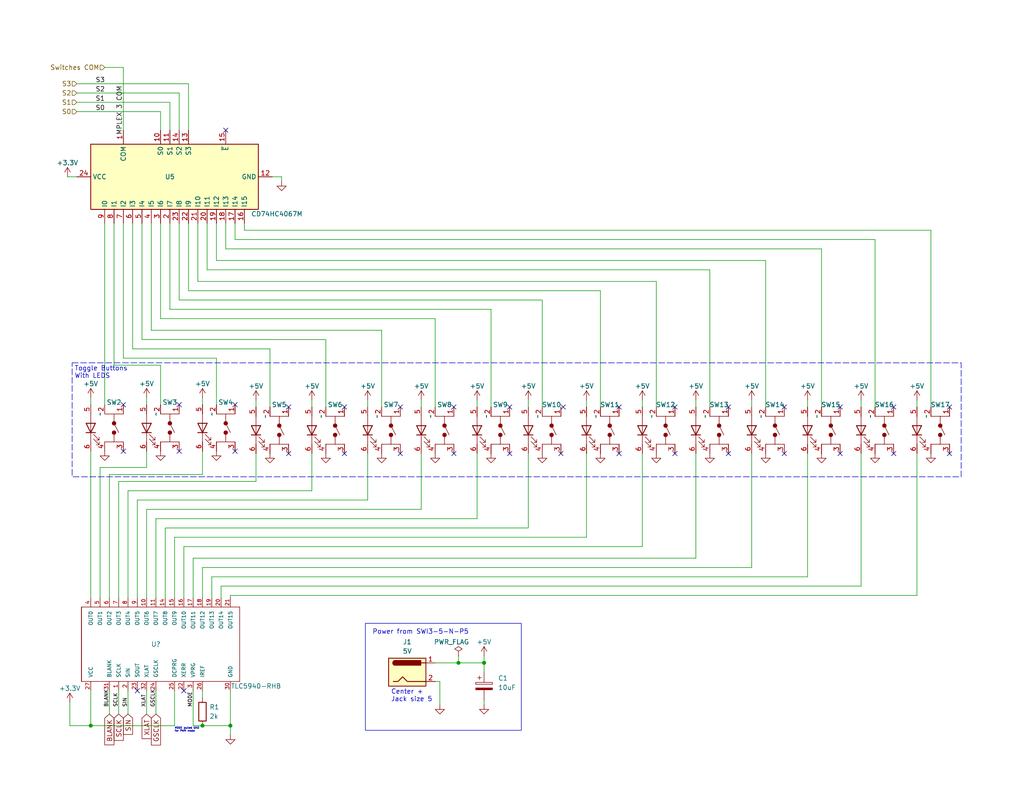
<source format=kicad_sch>
(kicad_sch (version 20230121) (generator eeschema)

  (uuid 4a2f1643-9723-4ac5-b8a3-075669f159c9)

  (paper "USLetter")

  (title_block
    (title "VMC-1")
    (date "2023-12-03")
    (comment 1 "Not sure about any of this really just the TCP module")
  )

  (lib_symbols
    (symbol "74xx:CD74HC4067M" (in_bom yes) (on_board yes)
      (property "Reference" "U" (at -8.89 22.86 0)
        (effects (font (size 1.27 1.27)) (justify left))
      )
      (property "Value" "CD74HC4067M" (at 1.27 22.86 0)
        (effects (font (size 1.27 1.27)) (justify left))
      )
      (property "Footprint" "Package_SO:SOIC-24W_7.5x15.4mm_P1.27mm" (at 22.86 -25.4 0)
        (effects (font (size 1.27 1.27) italic) hide)
      )
      (property "Datasheet" "http://www.ti.com/lit/ds/symlink/cd74hc4067.pdf" (at -8.89 21.59 0)
        (effects (font (size 1.27 1.27)) hide)
      )
      (property "ki_keywords" "multiplexer demultiplexer mux demux" (at 0 0 0)
        (effects (font (size 1.27 1.27)) hide)
      )
      (property "ki_description" "High-Speed CMOS Logic 16-Channel Analog Multiplexer/Demultiplexer, SOIC-24" (at 0 0 0)
        (effects (font (size 1.27 1.27)) hide)
      )
      (property "ki_fp_filters" "SOIC*W*7.5x15.4mm*P1.27mm*" (at 0 0 0)
        (effects (font (size 1.27 1.27)) hide)
      )
      (symbol "CD74HC4067M_0_1"
        (rectangle (start -8.89 21.59) (end 8.89 -24.13)
          (stroke (width 0.254) (type default))
          (fill (type background))
        )
      )
      (symbol "CD74HC4067M_1_1"
        (pin passive line (at -12.7 12.7 0) (length 3.81)
          (name "COM" (effects (font (size 1.27 1.27))))
          (number "1" (effects (font (size 1.27 1.27))))
        )
        (pin input line (at -12.7 2.54 0) (length 3.81)
          (name "S0" (effects (font (size 1.27 1.27))))
          (number "10" (effects (font (size 1.27 1.27))))
        )
        (pin input line (at -12.7 0 0) (length 3.81)
          (name "S1" (effects (font (size 1.27 1.27))))
          (number "11" (effects (font (size 1.27 1.27))))
        )
        (pin power_in line (at 0 -27.94 90) (length 3.81)
          (name "GND" (effects (font (size 1.27 1.27))))
          (number "12" (effects (font (size 1.27 1.27))))
        )
        (pin input line (at -12.7 -5.08 0) (length 3.81)
          (name "S3" (effects (font (size 1.27 1.27))))
          (number "13" (effects (font (size 1.27 1.27))))
        )
        (pin input line (at -12.7 -2.54 0) (length 3.81)
          (name "S2" (effects (font (size 1.27 1.27))))
          (number "14" (effects (font (size 1.27 1.27))))
        )
        (pin input line (at -12.7 -15.24 0) (length 3.81)
          (name "~{E}" (effects (font (size 1.27 1.27))))
          (number "15" (effects (font (size 1.27 1.27))))
        )
        (pin passive line (at 12.7 -20.32 180) (length 3.81)
          (name "I15" (effects (font (size 1.27 1.27))))
          (number "16" (effects (font (size 1.27 1.27))))
        )
        (pin passive line (at 12.7 -17.78 180) (length 3.81)
          (name "I14" (effects (font (size 1.27 1.27))))
          (number "17" (effects (font (size 1.27 1.27))))
        )
        (pin passive line (at 12.7 -15.24 180) (length 3.81)
          (name "I13" (effects (font (size 1.27 1.27))))
          (number "18" (effects (font (size 1.27 1.27))))
        )
        (pin passive line (at 12.7 -12.7 180) (length 3.81)
          (name "I12" (effects (font (size 1.27 1.27))))
          (number "19" (effects (font (size 1.27 1.27))))
        )
        (pin passive line (at 12.7 0 180) (length 3.81)
          (name "I7" (effects (font (size 1.27 1.27))))
          (number "2" (effects (font (size 1.27 1.27))))
        )
        (pin passive line (at 12.7 -10.16 180) (length 3.81)
          (name "I11" (effects (font (size 1.27 1.27))))
          (number "20" (effects (font (size 1.27 1.27))))
        )
        (pin passive line (at 12.7 -7.62 180) (length 3.81)
          (name "I10" (effects (font (size 1.27 1.27))))
          (number "21" (effects (font (size 1.27 1.27))))
        )
        (pin passive line (at 12.7 -5.08 180) (length 3.81)
          (name "I9" (effects (font (size 1.27 1.27))))
          (number "22" (effects (font (size 1.27 1.27))))
        )
        (pin passive line (at 12.7 -2.54 180) (length 3.81)
          (name "I8" (effects (font (size 1.27 1.27))))
          (number "23" (effects (font (size 1.27 1.27))))
        )
        (pin power_in line (at 0 25.4 270) (length 3.81)
          (name "VCC" (effects (font (size 1.27 1.27))))
          (number "24" (effects (font (size 1.27 1.27))))
        )
        (pin passive line (at 12.7 2.54 180) (length 3.81)
          (name "I6" (effects (font (size 1.27 1.27))))
          (number "3" (effects (font (size 1.27 1.27))))
        )
        (pin passive line (at 12.7 5.08 180) (length 3.81)
          (name "I5" (effects (font (size 1.27 1.27))))
          (number "4" (effects (font (size 1.27 1.27))))
        )
        (pin passive line (at 12.7 7.62 180) (length 3.81)
          (name "I4" (effects (font (size 1.27 1.27))))
          (number "5" (effects (font (size 1.27 1.27))))
        )
        (pin passive line (at 12.7 10.16 180) (length 3.81)
          (name "I3" (effects (font (size 1.27 1.27))))
          (number "6" (effects (font (size 1.27 1.27))))
        )
        (pin passive line (at 12.7 12.7 180) (length 3.81)
          (name "I2" (effects (font (size 1.27 1.27))))
          (number "7" (effects (font (size 1.27 1.27))))
        )
        (pin passive line (at 12.7 15.24 180) (length 3.81)
          (name "I1" (effects (font (size 1.27 1.27))))
          (number "8" (effects (font (size 1.27 1.27))))
        )
        (pin passive line (at 12.7 17.78 180) (length 3.81)
          (name "I0" (effects (font (size 1.27 1.27))))
          (number "9" (effects (font (size 1.27 1.27))))
        )
      )
    )
    (symbol "Connector:Jack-DC" (pin_names (offset 1.016)) (in_bom yes) (on_board yes)
      (property "Reference" "J" (at 0 5.334 0)
        (effects (font (size 1.27 1.27)))
      )
      (property "Value" "Jack-DC" (at 0 -5.08 0)
        (effects (font (size 1.27 1.27)))
      )
      (property "Footprint" "" (at 1.27 -1.016 0)
        (effects (font (size 1.27 1.27)) hide)
      )
      (property "Datasheet" "~" (at 1.27 -1.016 0)
        (effects (font (size 1.27 1.27)) hide)
      )
      (property "ki_keywords" "DC power barrel jack connector" (at 0 0 0)
        (effects (font (size 1.27 1.27)) hide)
      )
      (property "ki_description" "DC Barrel Jack" (at 0 0 0)
        (effects (font (size 1.27 1.27)) hide)
      )
      (property "ki_fp_filters" "BarrelJack*" (at 0 0 0)
        (effects (font (size 1.27 1.27)) hide)
      )
      (symbol "Jack-DC_0_1"
        (rectangle (start -5.08 3.81) (end 5.08 -3.81)
          (stroke (width 0.254) (type default))
          (fill (type background))
        )
        (arc (start -3.302 3.175) (mid -3.9343 2.54) (end -3.302 1.905)
          (stroke (width 0.254) (type default))
          (fill (type none))
        )
        (arc (start -3.302 3.175) (mid -3.9343 2.54) (end -3.302 1.905)
          (stroke (width 0.254) (type default))
          (fill (type outline))
        )
        (polyline
          (pts
            (xy 5.08 2.54)
            (xy 3.81 2.54)
          )
          (stroke (width 0.254) (type default))
          (fill (type none))
        )
        (polyline
          (pts
            (xy -3.81 -2.54)
            (xy -2.54 -2.54)
            (xy -1.27 -1.27)
            (xy 0 -2.54)
            (xy 2.54 -2.54)
            (xy 5.08 -2.54)
          )
          (stroke (width 0.254) (type default))
          (fill (type none))
        )
        (rectangle (start 3.683 3.175) (end -3.302 1.905)
          (stroke (width 0.254) (type default))
          (fill (type outline))
        )
      )
      (symbol "Jack-DC_1_1"
        (pin passive line (at 7.62 2.54 180) (length 2.54)
          (name "~" (effects (font (size 1.27 1.27))))
          (number "1" (effects (font (size 1.27 1.27))))
        )
        (pin passive line (at 7.62 -2.54 180) (length 2.54)
          (name "~" (effects (font (size 1.27 1.27))))
          (number "2" (effects (font (size 1.27 1.27))))
        )
      )
    )
    (symbol "Device:C_Polarized" (pin_numbers hide) (pin_names (offset 0.254)) (in_bom yes) (on_board yes)
      (property "Reference" "C" (at 0.635 2.54 0)
        (effects (font (size 1.27 1.27)) (justify left))
      )
      (property "Value" "C_Polarized" (at 0.635 -2.54 0)
        (effects (font (size 1.27 1.27)) (justify left))
      )
      (property "Footprint" "" (at 0.9652 -3.81 0)
        (effects (font (size 1.27 1.27)) hide)
      )
      (property "Datasheet" "~" (at 0 0 0)
        (effects (font (size 1.27 1.27)) hide)
      )
      (property "ki_keywords" "cap capacitor" (at 0 0 0)
        (effects (font (size 1.27 1.27)) hide)
      )
      (property "ki_description" "Polarized capacitor" (at 0 0 0)
        (effects (font (size 1.27 1.27)) hide)
      )
      (property "ki_fp_filters" "CP_*" (at 0 0 0)
        (effects (font (size 1.27 1.27)) hide)
      )
      (symbol "C_Polarized_0_1"
        (rectangle (start -2.286 0.508) (end 2.286 1.016)
          (stroke (width 0) (type default))
          (fill (type none))
        )
        (polyline
          (pts
            (xy -1.778 2.286)
            (xy -0.762 2.286)
          )
          (stroke (width 0) (type default))
          (fill (type none))
        )
        (polyline
          (pts
            (xy -1.27 2.794)
            (xy -1.27 1.778)
          )
          (stroke (width 0) (type default))
          (fill (type none))
        )
        (rectangle (start 2.286 -0.508) (end -2.286 -1.016)
          (stroke (width 0) (type default))
          (fill (type outline))
        )
      )
      (symbol "C_Polarized_1_1"
        (pin passive line (at 0 3.81 270) (length 2.794)
          (name "~" (effects (font (size 1.27 1.27))))
          (number "1" (effects (font (size 1.27 1.27))))
        )
        (pin passive line (at 0 -3.81 90) (length 2.794)
          (name "~" (effects (font (size 1.27 1.27))))
          (number "2" (effects (font (size 1.27 1.27))))
        )
      )
    )
    (symbol "Device:R" (pin_numbers hide) (pin_names (offset 0)) (in_bom yes) (on_board yes)
      (property "Reference" "R" (at 2.032 0 90)
        (effects (font (size 1.27 1.27)))
      )
      (property "Value" "R" (at 0 0 90)
        (effects (font (size 1.27 1.27)))
      )
      (property "Footprint" "" (at -1.778 0 90)
        (effects (font (size 1.27 1.27)) hide)
      )
      (property "Datasheet" "~" (at 0 0 0)
        (effects (font (size 1.27 1.27)) hide)
      )
      (property "ki_keywords" "R res resistor" (at 0 0 0)
        (effects (font (size 1.27 1.27)) hide)
      )
      (property "ki_description" "Resistor" (at 0 0 0)
        (effects (font (size 1.27 1.27)) hide)
      )
      (property "ki_fp_filters" "R_*" (at 0 0 0)
        (effects (font (size 1.27 1.27)) hide)
      )
      (symbol "R_0_1"
        (rectangle (start -1.016 -2.54) (end 1.016 2.54)
          (stroke (width 0.254) (type default))
          (fill (type none))
        )
      )
      (symbol "R_1_1"
        (pin passive line (at 0 3.81 270) (length 1.27)
          (name "~" (effects (font (size 1.27 1.27))))
          (number "1" (effects (font (size 1.27 1.27))))
        )
        (pin passive line (at 0 -3.81 90) (length 1.27)
          (name "~" (effects (font (size 1.27 1.27))))
          (number "2" (effects (font (size 1.27 1.27))))
        )
      )
    )
    (symbol "NidecSwitches:TR2-21-L" (pin_names (offset 0.5)) (in_bom yes) (on_board yes)
      (property "Reference" "SW" (at 0 5.08 0)
        (effects (font (size 1.27 1.27)))
      )
      (property "Value" "" (at -3.81 -3.81 0)
        (effects (font (size 1.27 1.27)))
      )
      (property "Footprint" "" (at -3.81 -3.81 0)
        (effects (font (size 1.27 1.27)) hide)
      )
      (property "Datasheet" "" (at -3.81 -3.81 0)
        (effects (font (size 1.27 1.27)) hide)
      )
      (symbol "TR2-21-L_0_1"
        (polyline
          (pts
            (xy -3.81 -6.35)
            (xy -1.27 -6.35)
          )
          (stroke (width 0) (type default))
          (fill (type none))
        )
        (polyline
          (pts
            (xy -3.81 0)
            (xy -3.81 -2.54)
          )
          (stroke (width 0) (type default))
          (fill (type none))
        )
        (polyline
          (pts
            (xy -3.81 0)
            (xy -3.81 2.54)
          )
          (stroke (width 0) (type default))
          (fill (type none))
        )
        (polyline
          (pts
            (xy -3.81 0)
            (xy -1.27 0)
          )
          (stroke (width 0) (type default))
          (fill (type none))
        )
        (polyline
          (pts
            (xy -1.27 0)
            (xy 1.27 1.27)
          )
          (stroke (width 0) (type default))
          (fill (type none))
        )
        (polyline
          (pts
            (xy 1.27 -6.35)
            (xy -1.27 -6.35)
          )
          (stroke (width 0) (type default))
          (fill (type none))
        )
        (polyline
          (pts
            (xy 1.27 -5.08)
            (xy 1.27 -7.62)
          )
          (stroke (width 0.254) (type default))
          (fill (type none))
        )
        (polyline
          (pts
            (xy 1.27 0)
            (xy 3.81 0)
          )
          (stroke (width 0) (type default))
          (fill (type none))
        )
        (polyline
          (pts
            (xy 3.81 -6.35)
            (xy 1.27 -6.35)
          )
          (stroke (width 0) (type default))
          (fill (type none))
        )
        (polyline
          (pts
            (xy 3.81 0)
            (xy 3.81 -2.54)
          )
          (stroke (width 0) (type default))
          (fill (type none))
        )
        (polyline
          (pts
            (xy 3.81 0)
            (xy 3.81 2.54)
          )
          (stroke (width 0) (type default))
          (fill (type none))
        )
        (polyline
          (pts
            (xy -1.27 -5.08)
            (xy -1.27 -7.62)
            (xy 1.27 -6.35)
            (xy -1.27 -5.08)
          )
          (stroke (width 0.254) (type default))
          (fill (type none))
        )
        (polyline
          (pts
            (xy 1.778 -5.588)
            (xy 3.302 -4.064)
            (xy 2.54 -4.064)
            (xy 3.302 -4.064)
            (xy 3.302 -4.826)
          )
          (stroke (width 0) (type default))
          (fill (type none))
        )
        (polyline
          (pts
            (xy 3.048 -5.588)
            (xy 4.572 -4.064)
            (xy 3.81 -4.064)
            (xy 4.572 -4.064)
            (xy 4.572 -4.826)
          )
          (stroke (width 0) (type default))
          (fill (type none))
        )
      )
      (symbol "TR2-21-L_1_1"
        (circle (center -1.27 0) (radius 0.508)
          (stroke (width 0) (type default))
          (fill (type outline))
        )
        (circle (center 1.27 0) (radius 0.508)
          (stroke (width 0) (type default))
          (fill (type outline))
        )
        (pin passive line (at -6.35 2.54 0) (length 2.54)
          (name "" (effects (font (size 1.27 1.27))))
          (number "1" (effects (font (size 1.27 1.27))))
        )
        (pin passive line (at -6.35 -2.54 0) (length 2.54)
          (name "" (effects (font (size 1.27 1.27))))
          (number "2" (effects (font (size 1.27 1.27))))
        )
        (pin passive line (at 6.35 2.54 180) (length 2.54)
          (name "" (effects (font (size 1.27 1.27))))
          (number "3" (effects (font (size 1.27 1.27))))
        )
        (pin passive line (at 6.35 -2.54 180) (length 2.54)
          (name "" (effects (font (size 1.27 1.27))))
          (number "4" (effects (font (size 1.27 1.27))))
        )
        (pin passive line (at -6.35 -6.35 0) (length 2.54)
          (name "" (effects (font (size 1.27 1.27))))
          (number "5" (effects (font (size 1.27 1.27))))
        )
        (pin passive line (at 6.35 -6.35 180) (length 2.54)
          (name "" (effects (font (size 1.27 1.27))))
          (number "6" (effects (font (size 1.27 1.27))))
        )
      )
    )
    (symbol "SparkFun-DigitalIC:TLC5940-RHB" (pin_names (offset 1.016)) (in_bom yes) (on_board yes)
      (property "Reference" "U" (at -10.16 20.828 0)
        (effects (font (size 1.27 1.27)) (justify left bottom))
      )
      (property "Value" "TLC5940-RHB" (at -10.16 -25.146 0)
        (effects (font (size 1.27 1.27)) (justify left bottom))
      )
      (property "Footprint" "QFN-32" (at 0.762 3.81 0)
        (effects (font (size 0.508 0.508)) hide)
      )
      (property "Datasheet" "" (at 0 0 0)
        (effects (font (size 1.27 1.27)) hide)
      )
      (property "ki_locked" "" (at 0 0 0)
        (effects (font (size 1.27 1.27)))
      )
      (property "ki_fp_filters" "*QFN-32*" (at 0 0 0)
        (effects (font (size 1.27 1.27)) hide)
      )
      (symbol "TLC5940-RHB_1_0"
        (polyline
          (pts
            (xy -10.16 -22.86)
            (xy 10.16 -22.86)
          )
          (stroke (width 0) (type solid))
          (fill (type none))
        )
        (polyline
          (pts
            (xy -10.16 20.32)
            (xy -10.16 -22.86)
          )
          (stroke (width 0) (type solid))
          (fill (type none))
        )
        (polyline
          (pts
            (xy 10.16 -22.86)
            (xy 10.16 20.32)
          )
          (stroke (width 0) (type solid))
          (fill (type none))
        )
        (polyline
          (pts
            (xy 10.16 20.32)
            (xy -10.16 20.32)
          )
          (stroke (width 0) (type solid))
          (fill (type none))
        )
        (polyline
          (pts
            (xy 10.16 20.32)
            (xy -10.16 20.32)
          )
          (stroke (width 0) (type solid))
          (fill (type none))
        )
      )
      (symbol "TLC5940-RHB_1_1"
        (pin bidirectional line (at -12.7 10.16 0) (length 2.54)
          (name "SCLK" (effects (font (size 1.016 1.016))))
          (number "1" (effects (font (size 1.016 1.016))))
        )
        (pin bidirectional line (at 12.7 2.54 180) (length 2.54)
          (name "OUT6" (effects (font (size 1.016 1.016))))
          (number "10" (effects (font (size 1.016 1.016))))
        )
        (pin bidirectional line (at 12.7 0 180) (length 2.54)
          (name "OUT7" (effects (font (size 1.016 1.016))))
          (number "11" (effects (font (size 1.016 1.016))))
        )
        (pin bidirectional line (at 12.7 -2.54 180) (length 2.54)
          (name "OUT8" (effects (font (size 1.016 1.016))))
          (number "14" (effects (font (size 1.016 1.016))))
        )
        (pin bidirectional line (at 12.7 -5.08 180) (length 2.54)
          (name "OUT9" (effects (font (size 1.016 1.016))))
          (number "15" (effects (font (size 1.016 1.016))))
        )
        (pin bidirectional line (at 12.7 -7.62 180) (length 2.54)
          (name "OUT10" (effects (font (size 1.016 1.016))))
          (number "16" (effects (font (size 1.016 1.016))))
        )
        (pin bidirectional line (at 12.7 -10.16 180) (length 2.54)
          (name "OUT11" (effects (font (size 1.016 1.016))))
          (number "17" (effects (font (size 1.016 1.016))))
        )
        (pin bidirectional line (at 12.7 -12.7 180) (length 2.54)
          (name "OUT12" (effects (font (size 1.016 1.016))))
          (number "18" (effects (font (size 1.016 1.016))))
        )
        (pin bidirectional line (at 12.7 -15.24 180) (length 2.54)
          (name "OUT13" (effects (font (size 1.016 1.016))))
          (number "19" (effects (font (size 1.016 1.016))))
        )
        (pin bidirectional line (at -12.7 7.62 0) (length 2.54)
          (name "SIN" (effects (font (size 1.016 1.016))))
          (number "2" (effects (font (size 1.016 1.016))))
        )
        (pin bidirectional line (at 12.7 -17.78 180) (length 2.54)
          (name "OUT14" (effects (font (size 1.016 1.016))))
          (number "20" (effects (font (size 1.016 1.016))))
        )
        (pin bidirectional line (at 12.7 -20.32 180) (length 2.54)
          (name "OUT15" (effects (font (size 1.016 1.016))))
          (number "21" (effects (font (size 1.016 1.016))))
        )
        (pin bidirectional line (at -12.7 -7.62 0) (length 2.54)
          (name "XERR" (effects (font (size 1.016 1.016))))
          (number "22" (effects (font (size 1.016 1.016))))
        )
        (pin bidirectional line (at -12.7 5.08 0) (length 2.54)
          (name "SOUT" (effects (font (size 1.016 1.016))))
          (number "23" (effects (font (size 1.016 1.016))))
        )
        (pin bidirectional line (at -12.7 0 0) (length 2.54)
          (name "GSCLK" (effects (font (size 1.016 1.016))))
          (number "24" (effects (font (size 1.016 1.016))))
        )
        (pin bidirectional line (at -12.7 -5.08 0) (length 2.54)
          (name "DCPRG" (effects (font (size 1.016 1.016))))
          (number "25" (effects (font (size 1.016 1.016))))
        )
        (pin bidirectional line (at -12.7 -12.7 0) (length 2.54)
          (name "IREF" (effects (font (size 1.016 1.016))))
          (number "26" (effects (font (size 1.016 1.016))))
        )
        (pin bidirectional line (at -12.7 17.78 0) (length 2.54)
          (name "VCC" (effects (font (size 1.016 1.016))))
          (number "27" (effects (font (size 1.016 1.016))))
        )
        (pin bidirectional line (at -12.7 -10.16 0) (length 2.54)
          (name "VPRG" (effects (font (size 1.016 1.016))))
          (number "3" (effects (font (size 1.016 1.016))))
        )
        (pin bidirectional line (at -12.7 -20.32 0) (length 2.54)
          (name "GND" (effects (font (size 1.016 1.016))))
          (number "30" (effects (font (size 1.016 1.016))))
        )
        (pin bidirectional line (at -12.7 12.7 0) (length 2.54)
          (name "BLANK" (effects (font (size 1.016 1.016))))
          (number "31" (effects (font (size 1.016 1.016))))
        )
        (pin bidirectional line (at -12.7 2.54 0) (length 2.54)
          (name "XLAT" (effects (font (size 1.016 1.016))))
          (number "32" (effects (font (size 1.016 1.016))))
        )
        (pin bidirectional line (at 12.7 17.78 180) (length 2.54)
          (name "OUT0" (effects (font (size 1.016 1.016))))
          (number "4" (effects (font (size 1.016 1.016))))
        )
        (pin bidirectional line (at 12.7 15.24 180) (length 2.54)
          (name "OUT1" (effects (font (size 1.016 1.016))))
          (number "5" (effects (font (size 1.016 1.016))))
        )
        (pin bidirectional line (at 12.7 12.7 180) (length 2.54)
          (name "OUT2" (effects (font (size 1.016 1.016))))
          (number "6" (effects (font (size 1.016 1.016))))
        )
        (pin bidirectional line (at 12.7 10.16 180) (length 2.54)
          (name "OUT3" (effects (font (size 1.016 1.016))))
          (number "7" (effects (font (size 1.016 1.016))))
        )
        (pin bidirectional line (at 12.7 7.62 180) (length 2.54)
          (name "OUT4" (effects (font (size 1.016 1.016))))
          (number "8" (effects (font (size 1.016 1.016))))
        )
        (pin bidirectional line (at 12.7 5.08 180) (length 2.54)
          (name "OUT5" (effects (font (size 1.016 1.016))))
          (number "9" (effects (font (size 1.016 1.016))))
        )
      )
    )
    (symbol "power:+3.3V" (power) (pin_names (offset 0)) (in_bom yes) (on_board yes)
      (property "Reference" "#PWR" (at 0 -3.81 0)
        (effects (font (size 1.27 1.27)) hide)
      )
      (property "Value" "+3.3V" (at 0 3.556 0)
        (effects (font (size 1.27 1.27)))
      )
      (property "Footprint" "" (at 0 0 0)
        (effects (font (size 1.27 1.27)) hide)
      )
      (property "Datasheet" "" (at 0 0 0)
        (effects (font (size 1.27 1.27)) hide)
      )
      (property "ki_keywords" "global power" (at 0 0 0)
        (effects (font (size 1.27 1.27)) hide)
      )
      (property "ki_description" "Power symbol creates a global label with name \"+3.3V\"" (at 0 0 0)
        (effects (font (size 1.27 1.27)) hide)
      )
      (symbol "+3.3V_0_1"
        (polyline
          (pts
            (xy -0.762 1.27)
            (xy 0 2.54)
          )
          (stroke (width 0) (type default))
          (fill (type none))
        )
        (polyline
          (pts
            (xy 0 0)
            (xy 0 2.54)
          )
          (stroke (width 0) (type default))
          (fill (type none))
        )
        (polyline
          (pts
            (xy 0 2.54)
            (xy 0.762 1.27)
          )
          (stroke (width 0) (type default))
          (fill (type none))
        )
      )
      (symbol "+3.3V_1_1"
        (pin power_in line (at 0 0 90) (length 0) hide
          (name "+3.3V" (effects (font (size 1.27 1.27))))
          (number "1" (effects (font (size 1.27 1.27))))
        )
      )
    )
    (symbol "power:+5V" (power) (pin_names (offset 0)) (in_bom yes) (on_board yes)
      (property "Reference" "#PWR" (at 0 -3.81 0)
        (effects (font (size 1.27 1.27)) hide)
      )
      (property "Value" "+5V" (at 0 3.556 0)
        (effects (font (size 1.27 1.27)))
      )
      (property "Footprint" "" (at 0 0 0)
        (effects (font (size 1.27 1.27)) hide)
      )
      (property "Datasheet" "" (at 0 0 0)
        (effects (font (size 1.27 1.27)) hide)
      )
      (property "ki_keywords" "global power" (at 0 0 0)
        (effects (font (size 1.27 1.27)) hide)
      )
      (property "ki_description" "Power symbol creates a global label with name \"+5V\"" (at 0 0 0)
        (effects (font (size 1.27 1.27)) hide)
      )
      (symbol "+5V_0_1"
        (polyline
          (pts
            (xy -0.762 1.27)
            (xy 0 2.54)
          )
          (stroke (width 0) (type default))
          (fill (type none))
        )
        (polyline
          (pts
            (xy 0 0)
            (xy 0 2.54)
          )
          (stroke (width 0) (type default))
          (fill (type none))
        )
        (polyline
          (pts
            (xy 0 2.54)
            (xy 0.762 1.27)
          )
          (stroke (width 0) (type default))
          (fill (type none))
        )
      )
      (symbol "+5V_1_1"
        (pin power_in line (at 0 0 90) (length 0) hide
          (name "+5V" (effects (font (size 1.27 1.27))))
          (number "1" (effects (font (size 1.27 1.27))))
        )
      )
    )
    (symbol "power:GND" (power) (pin_names (offset 0)) (in_bom yes) (on_board yes)
      (property "Reference" "#PWR" (at 0 -6.35 0)
        (effects (font (size 1.27 1.27)) hide)
      )
      (property "Value" "GND" (at 0 -3.81 0)
        (effects (font (size 1.27 1.27)))
      )
      (property "Footprint" "" (at 0 0 0)
        (effects (font (size 1.27 1.27)) hide)
      )
      (property "Datasheet" "" (at 0 0 0)
        (effects (font (size 1.27 1.27)) hide)
      )
      (property "ki_keywords" "global power" (at 0 0 0)
        (effects (font (size 1.27 1.27)) hide)
      )
      (property "ki_description" "Power symbol creates a global label with name \"GND\" , ground" (at 0 0 0)
        (effects (font (size 1.27 1.27)) hide)
      )
      (symbol "GND_0_1"
        (polyline
          (pts
            (xy 0 0)
            (xy 0 -1.27)
            (xy 1.27 -1.27)
            (xy 0 -2.54)
            (xy -1.27 -1.27)
            (xy 0 -1.27)
          )
          (stroke (width 0) (type default))
          (fill (type none))
        )
      )
      (symbol "GND_1_1"
        (pin power_in line (at 0 0 270) (length 0) hide
          (name "GND" (effects (font (size 1.27 1.27))))
          (number "1" (effects (font (size 1.27 1.27))))
        )
      )
    )
    (symbol "power:PWR_FLAG" (power) (pin_numbers hide) (pin_names (offset 0) hide) (in_bom yes) (on_board yes)
      (property "Reference" "#FLG" (at 0 1.905 0)
        (effects (font (size 1.27 1.27)) hide)
      )
      (property "Value" "PWR_FLAG" (at 0 3.81 0)
        (effects (font (size 1.27 1.27)))
      )
      (property "Footprint" "" (at 0 0 0)
        (effects (font (size 1.27 1.27)) hide)
      )
      (property "Datasheet" "~" (at 0 0 0)
        (effects (font (size 1.27 1.27)) hide)
      )
      (property "ki_keywords" "flag power" (at 0 0 0)
        (effects (font (size 1.27 1.27)) hide)
      )
      (property "ki_description" "Special symbol for telling ERC where power comes from" (at 0 0 0)
        (effects (font (size 1.27 1.27)) hide)
      )
      (symbol "PWR_FLAG_0_0"
        (pin power_out line (at 0 0 90) (length 0)
          (name "pwr" (effects (font (size 1.27 1.27))))
          (number "1" (effects (font (size 1.27 1.27))))
        )
      )
      (symbol "PWR_FLAG_0_1"
        (polyline
          (pts
            (xy 0 0)
            (xy 0 1.27)
            (xy -1.016 1.905)
            (xy 0 2.54)
            (xy 1.016 1.905)
            (xy 0 1.27)
          )
          (stroke (width 0) (type default))
          (fill (type none))
        )
      )
    )
  )


  (junction (at 62.865 198.12) (diameter 0) (color 0 0 0 0)
    (uuid 2980f042-a42d-4617-9e9a-2e5599ff678a)
  )
  (junction (at 132.08 180.975) (diameter 0) (color 0 0 0 0)
    (uuid 36833a86-df38-422d-98c3-9d15d1ee8e67)
  )
  (junction (at 55.245 198.12) (diameter 0) (color 0 0 0 0)
    (uuid 43e6b4c9-fd0e-4bf5-a15c-ea5e061f2a4d)
  )
  (junction (at 24.765 198.12) (diameter 0) (color 0 0 0 0)
    (uuid aba1f4f5-bc9c-4f13-b452-454fd26c8140)
  )
  (junction (at 125.095 180.975) (diameter 0) (color 0 0 0 0)
    (uuid c4c7c4af-5313-494e-860b-e8d7c09dd971)
  )

  (no_connect (at 213.995 123.825) (uuid 005c7a1e-8e9d-49da-9f3f-1f729edba97f))
  (no_connect (at 123.825 111.125) (uuid 0468fea7-cd6b-4e37-b534-6795a88b4b3b))
  (no_connect (at 48.895 123.19) (uuid 07b3c620-c936-45cd-8d4e-94cc616f71d4))
  (no_connect (at 33.655 123.19) (uuid 2a972f1b-0280-408b-9ab2-38ef2e5d1875))
  (no_connect (at 168.91 123.825) (uuid 2bdb6a64-1619-44d6-b190-8c425ca5b9d0))
  (no_connect (at 37.465 188.595) (uuid 2dddf44f-c332-440c-b0b2-1d3696b8fccc))
  (no_connect (at 168.91 111.125) (uuid 32674fe3-7330-4d1f-b1c5-22a7b0d4d6d5))
  (no_connect (at 243.84 123.825) (uuid 35361e7a-4351-4c4e-bde6-0379bd907ed7))
  (no_connect (at 123.825 123.825) (uuid 405363d6-f495-49c7-a1d9-93436820ce8e))
  (no_connect (at 33.655 110.49) (uuid 44410907-a558-4e0f-94db-b84fa85abc9d))
  (no_connect (at 78.74 111.125) (uuid 516ad974-5557-41da-8cd5-edc97a017109))
  (no_connect (at 259.08 123.825) (uuid 535c87e6-3049-4c09-a21f-76269e547b4a))
  (no_connect (at 198.755 111.125) (uuid 657e221c-6840-4d8f-8990-f91e3fbda4d1))
  (no_connect (at 61.595 35.56) (uuid 70ad5e2c-7b45-4feb-a4d6-1e612be33722))
  (no_connect (at 213.995 111.125) (uuid 8039e90c-96eb-4a0d-aecc-f38c5bea3c2a))
  (no_connect (at 64.135 123.19) (uuid 859bd72b-b1de-4db8-b409-cc46155fecb4))
  (no_connect (at 48.895 110.49) (uuid 981f625b-d955-4517-b5b5-65ab8e3b97fa))
  (no_connect (at 198.755 123.825) (uuid 98988eff-751a-4805-8b63-44077ca153b1))
  (no_connect (at 139.065 111.125) (uuid 9e992c4f-b41e-44a4-bf4b-2e8837c4ad73))
  (no_connect (at 109.22 123.825) (uuid a32e5d57-a4c4-4a38-85ad-8751f04fe704))
  (no_connect (at 229.235 111.125) (uuid a47fa3dd-cfa8-4050-96ee-9db1cac4b110))
  (no_connect (at 153.035 123.825) (uuid a62564c2-f2b1-4e99-b421-7ce2cf2b7104))
  (no_connect (at 229.235 123.825) (uuid acc11813-7724-41ee-8230-7b7d38697902))
  (no_connect (at 259.08 111.125) (uuid b68176a3-05ee-4508-9cc5-1397a3598543))
  (no_connect (at 50.165 188.595) (uuid c83e78e8-f0fe-4a72-b2c5-e0dbaa9f0b19))
  (no_connect (at 109.22 111.125) (uuid c8ebbd89-4db6-4f33-b56a-44981c5fca46))
  (no_connect (at 184.15 123.825) (uuid c9ed719c-f6cc-4774-a6ae-84b2967de397))
  (no_connect (at 93.98 123.825) (uuid ca99b9d6-a2ed-4b70-8b8e-8de441b58183))
  (no_connect (at 139.065 123.825) (uuid d649dac8-8c02-41c2-8e8f-f3476a1587c4))
  (no_connect (at 153.67 111.125) (uuid d94857cc-d593-4b43-9b26-d9fc5dfbe39a))
  (no_connect (at 78.74 123.825) (uuid d9ecc006-636e-4cc7-8a16-f640600b6c24))
  (no_connect (at 93.98 111.125) (uuid d9faec7b-bf37-420a-8339-65e769c64c9d))
  (no_connect (at 243.84 111.125) (uuid e47d4f02-2637-40dd-8afc-f0f04bad3a6f))
  (no_connect (at 64.135 110.49) (uuid eb142e14-1c1f-4e8e-99e4-731cdb0182b9))
  (no_connect (at 184.15 111.125) (uuid f907a65c-35d0-4368-a148-8f4c11439cd9))

  (wire (pts (xy 29.845 188.595) (xy 29.845 194.945))
    (stroke (width 0) (type default))
    (uuid 027cd16f-69f3-400d-af76-67bcd9a36f77)
  )
  (wire (pts (xy 52.705 188.595) (xy 52.705 198.12))
    (stroke (width 0) (type default))
    (uuid 027e5d93-bc28-4148-8612-d524833ee399)
  )
  (wire (pts (xy 43.815 35.56) (xy 43.815 30.48))
    (stroke (width 0) (type default))
    (uuid 0416b269-72a4-4aed-85d3-95320c90be1c)
  )
  (wire (pts (xy 66.675 62.865) (xy 254 62.865))
    (stroke (width 0) (type default))
    (uuid 049119a8-c693-467c-b278-e63703c5fb20)
  )
  (wire (pts (xy 43.815 99.695) (xy 43.815 110.49))
    (stroke (width 0) (type default))
    (uuid 06d7b88b-c9a3-4872-929a-ee98c2d05ed1)
  )
  (wire (pts (xy 48.895 81.915) (xy 147.955 81.915))
    (stroke (width 0) (type default))
    (uuid 090a7ea4-f539-404e-9932-454932ed6dc6)
  )
  (wire (pts (xy 118.745 186.055) (xy 120.015 186.055))
    (stroke (width 0) (type default))
    (uuid 09c52eb7-2917-472f-84af-9352bf407e08)
  )
  (wire (pts (xy 59.055 71.12) (xy 208.915 71.12))
    (stroke (width 0) (type default))
    (uuid 104bd7a3-6dff-4668-9901-6165ef8c35f3)
  )
  (wire (pts (xy 51.435 35.56) (xy 51.435 22.86))
    (stroke (width 0) (type default))
    (uuid 10d8454d-27f2-4b56-86a0-dc967702c5fd)
  )
  (wire (pts (xy 19.05 191.77) (xy 19.05 198.12))
    (stroke (width 0) (type default))
    (uuid 120c7588-d108-4855-a3fc-d29ff9136b14)
  )
  (wire (pts (xy 100.33 109.22) (xy 100.33 111.125))
    (stroke (width 0) (type default))
    (uuid 12c82ac6-02db-4fdb-8783-1d16b2b6ba17)
  )
  (wire (pts (xy 37.465 136.525) (xy 37.465 163.195))
    (stroke (width 0) (type default))
    (uuid 1305fc43-f901-432b-b4c9-b2354f932d58)
  )
  (wire (pts (xy 64.135 60.96) (xy 64.135 65.405))
    (stroke (width 0) (type default))
    (uuid 1466eb36-23cf-400b-906f-d6d65c108d44)
  )
  (wire (pts (xy 114.935 139.065) (xy 114.935 123.825))
    (stroke (width 0) (type default))
    (uuid 152d8f12-ab16-4b95-bd11-8f6763a1d9d6)
  )
  (wire (pts (xy 41.275 90.17) (xy 41.275 60.96))
    (stroke (width 0) (type default))
    (uuid 165e4ee7-3a03-4153-b062-6e2f479e250c)
  )
  (wire (pts (xy 133.985 84.455) (xy 46.355 84.455))
    (stroke (width 0) (type default))
    (uuid 16e2f0e3-c978-465b-8b7e-706caa28b206)
  )
  (wire (pts (xy 104.14 90.17) (xy 41.275 90.17))
    (stroke (width 0) (type default))
    (uuid 1b467505-f78f-443f-896b-0f369989ad7a)
  )
  (wire (pts (xy 31.115 60.96) (xy 31.115 99.695))
    (stroke (width 0) (type default))
    (uuid 1c4bd60a-5427-496c-8566-8c3a6cee84ae)
  )
  (wire (pts (xy 47.625 198.12) (xy 24.765 198.12))
    (stroke (width 0) (type default))
    (uuid 1c5ec4dc-b5b2-48a0-af7a-e8be21d3a2f6)
  )
  (wire (pts (xy 32.385 131.445) (xy 69.85 131.445))
    (stroke (width 0) (type default))
    (uuid 1cc7145f-5450-481f-902c-c83c6897fed5)
  )
  (wire (pts (xy 118.745 86.995) (xy 118.745 111.125))
    (stroke (width 0) (type default))
    (uuid 1d8f4045-0363-429c-a359-a620c420fef5)
  )
  (wire (pts (xy 36.195 60.96) (xy 36.195 95.25))
    (stroke (width 0) (type default))
    (uuid 227d825b-cb25-402c-b95c-7ccd4bc5ee39)
  )
  (wire (pts (xy 132.08 180.975) (xy 132.08 183.515))
    (stroke (width 0) (type default))
    (uuid 250c2481-1053-4528-9352-739a9f2a1dfa)
  )
  (wire (pts (xy 234.95 160.02) (xy 234.95 123.825))
    (stroke (width 0) (type default))
    (uuid 288292fd-52fd-41e2-81eb-bbead3361563)
  )
  (wire (pts (xy 144.145 109.22) (xy 144.145 111.125))
    (stroke (width 0) (type default))
    (uuid 299e6dde-7365-4f02-80a5-6458fd070197)
  )
  (wire (pts (xy 238.76 65.405) (xy 238.76 111.125))
    (stroke (width 0) (type default))
    (uuid 2a34c705-d9e3-4200-8cf6-0e61edfedf8f)
  )
  (wire (pts (xy 52.705 152.4) (xy 52.705 163.195))
    (stroke (width 0) (type default))
    (uuid 2ab18422-9a48-41d9-ba21-ab5642a2e983)
  )
  (wire (pts (xy 42.545 188.595) (xy 42.545 194.945))
    (stroke (width 0) (type default))
    (uuid 3591a945-2a34-4e04-ae6b-4802b9f5bdee)
  )
  (wire (pts (xy 20.955 27.94) (xy 46.355 27.94))
    (stroke (width 0) (type default))
    (uuid 3800b26b-faa7-45be-b277-a25aa4204eaa)
  )
  (wire (pts (xy 28.575 60.96) (xy 28.575 110.49))
    (stroke (width 0) (type default))
    (uuid 39ec1fdf-4b0d-4e6e-8ff9-9494a76c8ae3)
  )
  (wire (pts (xy 66.675 60.96) (xy 66.675 62.865))
    (stroke (width 0) (type default))
    (uuid 3a2423d5-5c0e-466a-a0bb-2d88f271af5c)
  )
  (wire (pts (xy 27.305 163.195) (xy 27.305 127.635))
    (stroke (width 0) (type default))
    (uuid 3af42e15-6ba7-4c97-9bed-24d406d5135e)
  )
  (wire (pts (xy 32.385 188.595) (xy 32.385 194.945))
    (stroke (width 0) (type default))
    (uuid 3c354b07-1880-4979-9b82-d8829c38599a)
  )
  (wire (pts (xy 55.245 188.595) (xy 55.245 190.5))
    (stroke (width 0) (type default))
    (uuid 3c51beb7-6ec5-4da6-b198-7773cdc0013f)
  )
  (wire (pts (xy 55.245 154.94) (xy 205.105 154.94))
    (stroke (width 0) (type default))
    (uuid 3de90d49-eac1-41a8-9507-c9099592755b)
  )
  (wire (pts (xy 160.02 146.685) (xy 160.02 123.825))
    (stroke (width 0) (type default))
    (uuid 3f8c93d2-b6d3-450c-984b-ff639b63f860)
  )
  (wire (pts (xy 205.105 154.94) (xy 205.105 123.825))
    (stroke (width 0) (type default))
    (uuid 3fb0675e-961b-453b-a42c-aa9b980f8a18)
  )
  (wire (pts (xy 69.85 109.22) (xy 69.85 111.125))
    (stroke (width 0) (type default))
    (uuid 40b94cc2-2bed-4bec-9660-adff2cc33ef4)
  )
  (wire (pts (xy 51.435 22.86) (xy 20.955 22.86))
    (stroke (width 0) (type default))
    (uuid 44a93aa2-7e65-40b9-ba48-dbda83d3b3fc)
  )
  (wire (pts (xy 133.985 111.125) (xy 133.985 84.455))
    (stroke (width 0) (type default))
    (uuid 47c3277d-09b0-40a8-95b9-c9a90bfb9185)
  )
  (wire (pts (xy 147.955 81.915) (xy 147.955 111.125))
    (stroke (width 0) (type default))
    (uuid 480a3004-5cf0-432f-934d-ec7af86bd0af)
  )
  (wire (pts (xy 40.005 163.195) (xy 40.005 139.065))
    (stroke (width 0) (type default))
    (uuid 4a7b7383-d352-40cc-92c2-b2e236aa6280)
  )
  (wire (pts (xy 57.785 157.48) (xy 220.345 157.48))
    (stroke (width 0) (type default))
    (uuid 4ca1c66c-10f5-4b25-83eb-4f4754d7d3f2)
  )
  (wire (pts (xy 193.675 73.66) (xy 193.675 111.125))
    (stroke (width 0) (type default))
    (uuid 4d37de06-9ccf-466c-bbea-e283cfb8afb8)
  )
  (wire (pts (xy 85.09 133.985) (xy 34.925 133.985))
    (stroke (width 0) (type default))
    (uuid 520022fd-f5e9-42f2-a368-1d85457f7311)
  )
  (wire (pts (xy 33.655 18.415) (xy 33.655 35.56))
    (stroke (width 0) (type default))
    (uuid 546b69d7-4ee2-4654-9f19-37d5598a1352)
  )
  (wire (pts (xy 45.085 163.195) (xy 45.085 144.145))
    (stroke (width 0) (type default))
    (uuid 5890bc76-82f5-4116-92c2-9744e93480a2)
  )
  (wire (pts (xy 55.245 163.195) (xy 55.245 154.94))
    (stroke (width 0) (type default))
    (uuid 5b4bc1d6-c0a7-4c44-8cf7-646e81448066)
  )
  (wire (pts (xy 118.745 180.975) (xy 125.095 180.975))
    (stroke (width 0) (type default))
    (uuid 5cf162de-c75d-4f3f-b63d-753efb37250a)
  )
  (wire (pts (xy 234.95 109.22) (xy 234.95 111.125))
    (stroke (width 0) (type default))
    (uuid 6067c075-15bd-4d94-8ba0-4eb4eee1d55d)
  )
  (wire (pts (xy 24.765 108.585) (xy 24.765 110.49))
    (stroke (width 0) (type default))
    (uuid 60784713-c6d0-4168-bdd0-abec9b7a3a0d)
  )
  (wire (pts (xy 85.09 123.825) (xy 85.09 133.985))
    (stroke (width 0) (type default))
    (uuid 61c98d8a-673e-4753-aad6-527dd77f4271)
  )
  (wire (pts (xy 189.865 152.4) (xy 52.705 152.4))
    (stroke (width 0) (type default))
    (uuid 6770e4f9-c1a4-42b1-b27e-5f6237db9507)
  )
  (wire (pts (xy 32.385 163.195) (xy 32.385 131.445))
    (stroke (width 0) (type default))
    (uuid 68c47ad2-a0ce-4e72-a2e2-c2b723a7fd66)
  )
  (wire (pts (xy 56.515 73.66) (xy 193.675 73.66))
    (stroke (width 0) (type default))
    (uuid 6cc4f072-92c3-4c00-8422-e4d2ac9e10c7)
  )
  (wire (pts (xy 69.85 131.445) (xy 69.85 123.825))
    (stroke (width 0) (type default))
    (uuid 6d28db01-cfc2-49d6-bac3-2550cc478f6c)
  )
  (wire (pts (xy 38.735 60.96) (xy 38.735 92.71))
    (stroke (width 0) (type default))
    (uuid 6d54e75f-7e3f-46ce-8f55-28bd75888d4c)
  )
  (wire (pts (xy 40.005 127.635) (xy 40.005 123.19))
    (stroke (width 0) (type default))
    (uuid 6d666a6b-3cc5-4b84-a31e-9968792c82ea)
  )
  (wire (pts (xy 76.835 48.26) (xy 76.835 49.53))
    (stroke (width 0) (type default))
    (uuid 703ecb69-7152-4526-a31a-427e8069bdab)
  )
  (wire (pts (xy 163.83 79.375) (xy 51.435 79.375))
    (stroke (width 0) (type default))
    (uuid 708d654a-0dc0-480d-ac03-b5fd9c30c64b)
  )
  (wire (pts (xy 88.9 111.125) (xy 88.9 92.71))
    (stroke (width 0) (type default))
    (uuid 70c5a8d8-97e5-4349-af6a-64ea0bf552ae)
  )
  (wire (pts (xy 28.575 18.415) (xy 33.655 18.415))
    (stroke (width 0) (type default))
    (uuid 7371ff3d-cf0c-4c63-a1f0-8fc8fbcb0b08)
  )
  (wire (pts (xy 33.655 97.79) (xy 33.655 60.96))
    (stroke (width 0) (type default))
    (uuid 737c3337-1bf5-4641-a759-2f942eb0e9ff)
  )
  (wire (pts (xy 220.345 109.22) (xy 220.345 111.125))
    (stroke (width 0) (type default))
    (uuid 76e5ceac-bae9-452c-9305-88246f7db72c)
  )
  (wire (pts (xy 43.815 60.96) (xy 43.815 86.995))
    (stroke (width 0) (type default))
    (uuid 7957f104-be05-413a-b384-d3bcb53faa12)
  )
  (wire (pts (xy 61.595 67.945) (xy 61.595 60.96))
    (stroke (width 0) (type default))
    (uuid 7aa85b42-6d4a-4c41-9550-95e0a38dc694)
  )
  (wire (pts (xy 254 62.865) (xy 254 111.125))
    (stroke (width 0) (type default))
    (uuid 7ca9fd48-e823-4a97-b161-10964bb50e84)
  )
  (wire (pts (xy 48.895 25.4) (xy 48.895 35.56))
    (stroke (width 0) (type default))
    (uuid 7d9b744d-e1b2-4053-bed0-0fea7fa77a3e)
  )
  (wire (pts (xy 59.055 110.49) (xy 59.055 97.79))
    (stroke (width 0) (type default))
    (uuid 8042a2b2-1586-4957-a7c4-f5b239113683)
  )
  (wire (pts (xy 144.145 123.825) (xy 144.145 144.145))
    (stroke (width 0) (type default))
    (uuid 80a7203c-ccad-4f1d-80df-2e8718cb9987)
  )
  (wire (pts (xy 189.865 109.22) (xy 189.865 111.125))
    (stroke (width 0) (type default))
    (uuid 83c6bd84-0191-48e9-bd63-629f645feb16)
  )
  (wire (pts (xy 104.14 111.125) (xy 104.14 90.17))
    (stroke (width 0) (type default))
    (uuid 84a02577-96d9-4193-a476-c65ae4b28121)
  )
  (wire (pts (xy 31.115 99.695) (xy 43.815 99.695))
    (stroke (width 0) (type default))
    (uuid 881ccf11-92e2-42c9-8107-3f0d510bed7c)
  )
  (wire (pts (xy 47.625 188.595) (xy 47.625 198.12))
    (stroke (width 0) (type default))
    (uuid 88b104ba-0cb4-4397-a1b8-b9d57362625f)
  )
  (wire (pts (xy 36.195 95.25) (xy 73.66 95.25))
    (stroke (width 0) (type default))
    (uuid 89725cb6-a710-4616-91c5-49220947f46c)
  )
  (wire (pts (xy 24.765 188.595) (xy 24.765 198.12))
    (stroke (width 0) (type default))
    (uuid 8bd151bd-50b9-4395-8f78-f478a320c0af)
  )
  (wire (pts (xy 46.355 84.455) (xy 46.355 60.96))
    (stroke (width 0) (type default))
    (uuid 8c2f3a02-d865-44c4-947e-73ce30c4b019)
  )
  (wire (pts (xy 160.02 109.22) (xy 160.02 111.125))
    (stroke (width 0) (type default))
    (uuid 8e0d269c-71ff-4876-91d9-ddb3a866e5db)
  )
  (wire (pts (xy 24.765 123.19) (xy 24.765 163.195))
    (stroke (width 0) (type default))
    (uuid 8e7af18e-0ed3-4151-96b4-6aea1c16f8de)
  )
  (wire (pts (xy 130.175 141.605) (xy 130.175 123.825))
    (stroke (width 0) (type default))
    (uuid 91110586-183f-40d6-99c2-a29aef8f45b2)
  )
  (wire (pts (xy 62.865 198.12) (xy 62.865 200.66))
    (stroke (width 0) (type default))
    (uuid 9326c27c-d1d0-4845-a93e-03d2137e224a)
  )
  (wire (pts (xy 132.08 191.135) (xy 132.08 192.405))
    (stroke (width 0) (type default))
    (uuid 93a3d8f6-98dd-4f63-b30c-8d771e65e821)
  )
  (wire (pts (xy 40.005 139.065) (xy 114.935 139.065))
    (stroke (width 0) (type default))
    (uuid 953f1de8-0608-43dc-9192-5b0aa05890a8)
  )
  (wire (pts (xy 189.865 123.825) (xy 189.865 152.4))
    (stroke (width 0) (type default))
    (uuid 9907938b-c9a6-4f17-b50c-bb2932a8f00f)
  )
  (wire (pts (xy 40.005 188.595) (xy 40.005 194.945))
    (stroke (width 0) (type default))
    (uuid 9e0a298e-6ca8-44e7-865d-33740c8ed0d1)
  )
  (wire (pts (xy 56.515 60.96) (xy 56.515 73.66))
    (stroke (width 0) (type default))
    (uuid 9e0be224-0f9f-4dca-baa5-ec9d865ecf40)
  )
  (wire (pts (xy 43.815 30.48) (xy 20.955 30.48))
    (stroke (width 0) (type default))
    (uuid 9ffa2e0e-6902-4bec-bbf7-17a4b41da54d)
  )
  (wire (pts (xy 37.465 136.525) (xy 100.33 136.525))
    (stroke (width 0) (type default))
    (uuid a0adcf6f-e155-4933-8ade-7eb7aba1e2d0)
  )
  (wire (pts (xy 42.545 163.195) (xy 42.545 141.605))
    (stroke (width 0) (type default))
    (uuid a22722d0-951e-4e0b-9db8-64d944e0d2d4)
  )
  (wire (pts (xy 250.19 123.825) (xy 250.19 162.56))
    (stroke (width 0) (type default))
    (uuid a3723f7e-4fb9-4805-837a-4dc2ccd43c65)
  )
  (wire (pts (xy 60.325 163.195) (xy 60.325 160.02))
    (stroke (width 0) (type default))
    (uuid a48006bc-55a4-4137-a2bc-c4216656e45a)
  )
  (wire (pts (xy 120.015 186.055) (xy 120.015 192.405))
    (stroke (width 0) (type default))
    (uuid a593e556-98da-4e0b-bb84-48774906ca34)
  )
  (wire (pts (xy 59.055 97.79) (xy 33.655 97.79))
    (stroke (width 0) (type default))
    (uuid a650dc15-f2b2-47cb-960a-6937be5db1fd)
  )
  (wire (pts (xy 27.305 127.635) (xy 40.005 127.635))
    (stroke (width 0) (type default))
    (uuid a692b362-476f-4277-a08f-05da5c8ad019)
  )
  (wire (pts (xy 125.095 180.975) (xy 132.08 180.975))
    (stroke (width 0) (type default))
    (uuid a794b31e-afa4-4e2a-9ec7-9010dc0106e7)
  )
  (wire (pts (xy 57.785 163.195) (xy 57.785 157.48))
    (stroke (width 0) (type default))
    (uuid abb97cf9-3c04-47b1-b543-e64254108499)
  )
  (wire (pts (xy 40.005 108.585) (xy 40.005 110.49))
    (stroke (width 0) (type default))
    (uuid ace4a95d-4fe5-4a89-97cc-0b25150b7541)
  )
  (wire (pts (xy 163.83 111.125) (xy 163.83 79.375))
    (stroke (width 0) (type default))
    (uuid ae4fcb07-e616-4505-907c-66f5e61fb6a5)
  )
  (wire (pts (xy 179.07 76.835) (xy 179.07 111.125))
    (stroke (width 0) (type default))
    (uuid af682aa3-c247-4119-b8f6-5d981f2d8923)
  )
  (wire (pts (xy 125.095 179.07) (xy 125.095 180.975))
    (stroke (width 0) (type default))
    (uuid aff30865-6e16-4f67-8ec5-4a776c6e80fd)
  )
  (wire (pts (xy 76.835 48.26) (xy 74.295 48.26))
    (stroke (width 0) (type default))
    (uuid b0514423-5638-452e-8de0-b7ae8ca34256)
  )
  (wire (pts (xy 62.865 188.595) (xy 62.865 198.12))
    (stroke (width 0) (type default))
    (uuid b2482291-15eb-455b-a93a-b16be1b8b235)
  )
  (wire (pts (xy 62.865 162.56) (xy 62.865 163.195))
    (stroke (width 0) (type default))
    (uuid b5d46392-bf66-4bd5-af46-f887cd11c73e)
  )
  (wire (pts (xy 53.975 76.835) (xy 179.07 76.835))
    (stroke (width 0) (type default))
    (uuid b60227da-83ab-445a-ae91-7c5b83610332)
  )
  (wire (pts (xy 18.415 48.26) (xy 20.955 48.26))
    (stroke (width 0) (type default))
    (uuid b67f3f88-69e3-4223-82ed-02f92d476e1c)
  )
  (wire (pts (xy 34.925 188.595) (xy 34.925 194.945))
    (stroke (width 0) (type default))
    (uuid b6b04c49-6207-462a-b548-a741d54cef50)
  )
  (wire (pts (xy 132.08 179.07) (xy 132.08 180.975))
    (stroke (width 0) (type default))
    (uuid b74e5c86-a73f-402f-b174-539c10f76800)
  )
  (wire (pts (xy 220.345 157.48) (xy 220.345 123.825))
    (stroke (width 0) (type default))
    (uuid b95ff54e-b983-4eb8-8f0c-519ea02f09e3)
  )
  (wire (pts (xy 250.19 109.22) (xy 250.19 111.125))
    (stroke (width 0) (type default))
    (uuid bb1b16fc-cf51-416e-b12a-b7f2e46848a2)
  )
  (wire (pts (xy 64.135 65.405) (xy 238.76 65.405))
    (stroke (width 0) (type default))
    (uuid bbc48348-0ab8-4d8e-8872-520bfc468aca)
  )
  (wire (pts (xy 29.845 163.195) (xy 29.845 129.54))
    (stroke (width 0) (type default))
    (uuid be09e081-9890-44d8-8f91-e24303db9f70)
  )
  (wire (pts (xy 42.545 141.605) (xy 130.175 141.605))
    (stroke (width 0) (type default))
    (uuid bf25ab6a-be3d-43b2-af99-c5bab53cbb90)
  )
  (wire (pts (xy 60.325 160.02) (xy 234.95 160.02))
    (stroke (width 0) (type default))
    (uuid c18f1c19-4663-44fa-8799-63cee68297e4)
  )
  (wire (pts (xy 29.845 129.54) (xy 55.245 129.54))
    (stroke (width 0) (type default))
    (uuid c3771fe3-d2d1-4421-ac3f-c02b18bb255e)
  )
  (wire (pts (xy 59.055 60.96) (xy 59.055 71.12))
    (stroke (width 0) (type default))
    (uuid c38c645d-da90-411b-8da9-c164a749a4a2)
  )
  (wire (pts (xy 224.155 111.125) (xy 224.155 67.945))
    (stroke (width 0) (type default))
    (uuid c75b7312-31c9-4773-a04d-2bfe963b0af8)
  )
  (wire (pts (xy 224.155 67.945) (xy 61.595 67.945))
    (stroke (width 0) (type default))
    (uuid ca905c40-e4ef-4803-b074-37a927ef9df4)
  )
  (wire (pts (xy 85.09 109.22) (xy 85.09 111.125))
    (stroke (width 0) (type default))
    (uuid cb8f937f-14ac-4d23-b7a9-957ff5b3b4b7)
  )
  (wire (pts (xy 19.05 198.12) (xy 24.765 198.12))
    (stroke (width 0) (type default))
    (uuid cbd73c91-df31-443e-8021-6aaa3df0f68e)
  )
  (wire (pts (xy 43.815 86.995) (xy 118.745 86.995))
    (stroke (width 0) (type default))
    (uuid cbe99e46-f349-4fc8-b30a-634eb17fb188)
  )
  (wire (pts (xy 55.245 108.585) (xy 55.245 110.49))
    (stroke (width 0) (type default))
    (uuid cdc66e86-9aca-4c80-b5f6-1bff5221f178)
  )
  (wire (pts (xy 50.165 163.195) (xy 50.165 149.225))
    (stroke (width 0) (type default))
    (uuid cdf158cf-6907-45dc-9801-52aee45d0057)
  )
  (wire (pts (xy 20.955 25.4) (xy 48.895 25.4))
    (stroke (width 0) (type default))
    (uuid d2daa15d-ec7a-477f-bcf3-1471b4b22fb3)
  )
  (wire (pts (xy 175.26 109.22) (xy 175.26 111.125))
    (stroke (width 0) (type default))
    (uuid d48234be-af7f-4666-979d-f09246ad3f6d)
  )
  (wire (pts (xy 47.625 146.685) (xy 160.02 146.685))
    (stroke (width 0) (type default))
    (uuid d6394ff9-f268-4f04-a58c-720a4e7a4836)
  )
  (wire (pts (xy 51.435 79.375) (xy 51.435 60.96))
    (stroke (width 0) (type default))
    (uuid d6462dd0-4e05-4879-9628-a2d508dc0413)
  )
  (wire (pts (xy 55.245 129.54) (xy 55.245 123.19))
    (stroke (width 0) (type default))
    (uuid d9a5f9d7-7f68-45a6-ba09-2245ec765515)
  )
  (wire (pts (xy 45.085 144.145) (xy 144.145 144.145))
    (stroke (width 0) (type default))
    (uuid dc4499ca-f2d9-4f6e-a6db-bbc9c1d27ff6)
  )
  (wire (pts (xy 47.625 163.195) (xy 47.625 146.685))
    (stroke (width 0) (type default))
    (uuid dc5f46ef-9918-4786-b703-7c777fb8830e)
  )
  (wire (pts (xy 53.975 60.96) (xy 53.975 76.835))
    (stroke (width 0) (type default))
    (uuid e1bf25a3-bdfd-4d2f-b53b-c45465a1ff57)
  )
  (wire (pts (xy 50.165 149.225) (xy 175.26 149.225))
    (stroke (width 0) (type default))
    (uuid e1d8c7b6-0d90-4fd2-8256-4cbc6e360623)
  )
  (wire (pts (xy 100.33 136.525) (xy 100.33 123.825))
    (stroke (width 0) (type default))
    (uuid e2289b28-9027-4df5-8768-1c25316101fb)
  )
  (wire (pts (xy 130.175 109.22) (xy 130.175 111.125))
    (stroke (width 0) (type default))
    (uuid e2741565-9cb7-4138-8cf6-61e3907fd121)
  )
  (wire (pts (xy 208.915 71.12) (xy 208.915 111.125))
    (stroke (width 0) (type default))
    (uuid e49ac2bb-aa24-4f08-9d86-370515827449)
  )
  (wire (pts (xy 48.895 60.96) (xy 48.895 81.915))
    (stroke (width 0) (type default))
    (uuid e837a5e7-de3b-4397-acca-daeb4b5e6dc7)
  )
  (wire (pts (xy 88.9 92.71) (xy 38.735 92.71))
    (stroke (width 0) (type default))
    (uuid ea6af605-8136-4e62-9f95-5f5beeed45bc)
  )
  (wire (pts (xy 175.26 149.225) (xy 175.26 123.825))
    (stroke (width 0) (type default))
    (uuid eeeb3db0-73cc-4356-93c0-181a2c760799)
  )
  (wire (pts (xy 34.925 133.985) (xy 34.925 163.195))
    (stroke (width 0) (type default))
    (uuid f00ecce4-39db-48d3-8a5e-da603b6c3a09)
  )
  (wire (pts (xy 46.355 27.94) (xy 46.355 35.56))
    (stroke (width 0) (type default))
    (uuid f3421816-0aa2-4383-a87d-29412f27625e)
  )
  (wire (pts (xy 250.19 162.56) (xy 62.865 162.56))
    (stroke (width 0) (type default))
    (uuid f51900f1-a06b-4f96-878f-a46b1b4d215e)
  )
  (wire (pts (xy 55.245 198.12) (xy 62.865 198.12))
    (stroke (width 0) (type default))
    (uuid f586f70c-b5b7-4480-8a64-6c362d220055)
  )
  (wire (pts (xy 73.66 95.25) (xy 73.66 111.125))
    (stroke (width 0) (type default))
    (uuid fba74ad9-9470-4b60-af2f-809c9da46a8a)
  )
  (wire (pts (xy 52.705 198.12) (xy 55.245 198.12))
    (stroke (width 0) (type default))
    (uuid fd6bf353-1bda-462e-80ef-bdc6fb85e058)
  )
  (wire (pts (xy 205.105 109.22) (xy 205.105 111.125))
    (stroke (width 0) (type default))
    (uuid fe768e3d-455a-41d3-990e-3b7dab928069)
  )
  (wire (pts (xy 114.935 109.22) (xy 114.935 111.125))
    (stroke (width 0) (type default))
    (uuid ff3e29e5-838c-4f39-a311-b89717c0444f)
  )

  (rectangle (start 99.695 170.18) (end 142.24 199.39)
    (stroke (width 0) (type default))
    (fill (type none))
    (uuid af35a643-d9c4-4061-a159-a4b4bbe1dbea)
  )
  (rectangle (start 19.685 99.06) (end 262.255 130.175)
    (stroke (width 0) (type dash))
    (fill (type none))
    (uuid f6e23d26-60b7-4a58-b00f-5e2362318191)
  )

  (text "Power from SWI3-5-N-P5" (at 101.6 173.355 0)
    (effects (font (size 1.27 1.27)) (justify left bottom) (href "https://www.digikey.com/en/products/detail/cui-inc/SWI3-5-N-P5/7784528"))
    (uuid 1caf262c-63d7-4b16-bead-c4447071a0f0)
  )
  (text "Center + \nJack size 5" (at 106.68 191.77 0)
    (effects (font (size 1.27 1.27)) (justify left bottom))
    (uuid 2843654b-0324-4c6d-9951-00d25c7313f9)
  )
  (text "MODE pulled GND\nfor PWM mode" (at 47.625 200.025 0)
    (effects (font (size 0.5 0.5)) (justify left bottom))
    (uuid 81115924-8ffa-432a-964b-ff605df45661)
  )
  (text "Toggle Buttons\nWith LEDS\n" (at 20.32 103.505 0)
    (effects (font (size 1.27 1.27)) (justify left bottom))
    (uuid ef55259f-573d-464e-a317-a2969f989a59)
  )

  (label "S3" (at 26.035 22.86 0) (fields_autoplaced)
    (effects (font (size 1.27 1.27)) (justify left bottom))
    (uuid 0149f308-9512-4b92-9fa9-106083a594d6)
  )
  (label "MPLEX 3 COM" (at 33.655 36.83 90) (fields_autoplaced)
    (effects (font (size 1.27 1.27)) (justify left bottom))
    (uuid 07129d93-dabd-4489-ad28-5dcd87ef0db6)
  )
  (label "GSCLK" (at 42.545 193.04 90) (fields_autoplaced)
    (effects (font (size 1 1)) (justify left bottom))
    (uuid 0e32649b-d799-4c12-83b0-fb82e6ea9289)
  )
  (label "BLANK" (at 29.845 193.04 90) (fields_autoplaced)
    (effects (font (size 1 1)) (justify left bottom))
    (uuid 3b15b6af-9e7b-4c39-a8f7-8d02af1af90c)
  )
  (label "SIN" (at 34.925 193.04 90) (fields_autoplaced)
    (effects (font (size 1 1)) (justify left bottom))
    (uuid 3ec29238-0e28-4948-85d3-6adebdba64d3)
  )
  (label "XLAT" (at 40.005 193.04 90) (fields_autoplaced)
    (effects (font (size 1 1)) (justify left bottom))
    (uuid 4ae9dad1-b9b2-49e8-92c1-401f46d8cde9)
  )
  (label "S2" (at 26.035 25.4 0) (fields_autoplaced)
    (effects (font (size 1.27 1.27)) (justify left bottom))
    (uuid 5558a8a7-fffd-4db4-857c-beafe90fb923)
  )
  (label "MODE" (at 52.705 193.04 90) (fields_autoplaced)
    (effects (font (size 1 1)) (justify left bottom))
    (uuid 5b318fb6-61db-4297-b9ee-50d6ee068f88)
  )
  (label "SCLK" (at 32.385 193.04 90) (fields_autoplaced)
    (effects (font (size 1 1)) (justify left bottom))
    (uuid 601b32d6-f59d-493f-b723-60464a3b42e1)
  )
  (label "S0" (at 26.035 30.48 0) (fields_autoplaced)
    (effects (font (size 1.27 1.27)) (justify left bottom))
    (uuid c70be2db-c9cb-45b3-b735-7c9d22b4e450)
  )
  (label "S1" (at 26.035 27.94 0) (fields_autoplaced)
    (effects (font (size 1.27 1.27)) (justify left bottom))
    (uuid e0a70638-fb05-42c3-8e97-61e928ec2b04)
  )

  (global_label "XLAT" (shape input) (at 40.005 194.945 270) (fields_autoplaced)
    (effects (font (size 1.27 1.27)) (justify right))
    (uuid 0fede3db-4e38-48a5-aadd-87fefa1536a2)
    (property "Intersheetrefs" "${INTERSHEET_REFS}" (at 40.005 202.1446 90)
      (effects (font (size 1.27 1.27)) (justify right) hide)
    )
  )
  (global_label "SCLK" (shape input) (at 32.385 194.945 270) (fields_autoplaced)
    (effects (font (size 1.27 1.27)) (justify right))
    (uuid 2241424d-be70-4434-b3a2-5da918cbbda0)
    (property "Intersheetrefs" "${INTERSHEET_REFS}" (at 32.385 202.6284 90)
      (effects (font (size 1.27 1.27)) (justify right) hide)
    )
  )
  (global_label "GSCLK" (shape input) (at 42.545 194.945 270) (fields_autoplaced)
    (effects (font (size 1.27 1.27)) (justify right))
    (uuid 354f67f2-f66d-4c00-ba3a-a8c9a6c75080)
    (property "Intersheetrefs" "${INTERSHEET_REFS}" (at 42.545 203.8984 90)
      (effects (font (size 1.27 1.27)) (justify right) hide)
    )
  )
  (global_label "SIN" (shape input) (at 34.925 194.945 270) (fields_autoplaced)
    (effects (font (size 1.27 1.27)) (justify right))
    (uuid 738234ec-9d07-4a58-816e-5a1277307895)
    (property "Intersheetrefs" "${INTERSHEET_REFS}" (at 34.925 200.9956 90)
      (effects (font (size 1.27 1.27)) (justify right) hide)
    )
  )
  (global_label "BLANK" (shape input) (at 29.845 194.945 270) (fields_autoplaced)
    (effects (font (size 1.27 1.27)) (justify right))
    (uuid 89ab97cd-8873-45af-b1cd-9c674551acc2)
    (property "Intersheetrefs" "${INTERSHEET_REFS}" (at 29.845 203.838 90)
      (effects (font (size 1.27 1.27)) (justify right) hide)
    )
  )

  (hierarchical_label "S2" (shape input) (at 20.955 25.4 180) (fields_autoplaced)
    (effects (font (size 1.27 1.27)) (justify right))
    (uuid 22daf0a0-1750-4f10-8c43-84be8836ad5a)
  )
  (hierarchical_label "S0" (shape input) (at 20.955 30.48 180) (fields_autoplaced)
    (effects (font (size 1.27 1.27)) (justify right))
    (uuid 3564549b-81f5-44ae-82c1-bebed5280cf5)
  )
  (hierarchical_label "S1" (shape input) (at 20.955 27.94 180) (fields_autoplaced)
    (effects (font (size 1.27 1.27)) (justify right))
    (uuid 663e7106-5978-4cbd-aae6-1ec7628050bd)
  )
  (hierarchical_label "Switches COM" (shape input) (at 28.575 18.415 180) (fields_autoplaced)
    (effects (font (size 1.27 1.27)) (justify right))
    (uuid aabd6d6f-d150-4a50-9ad1-8c8145d30588)
  )
  (hierarchical_label "S3" (shape input) (at 20.955 22.86 180) (fields_autoplaced)
    (effects (font (size 1.27 1.27)) (justify right))
    (uuid c1692b65-0c24-4452-aa59-b0d0b0b5e76d)
  )

  (symbol (lib_id "power:+5V") (at 144.145 109.22 0) (unit 1)
    (in_bom yes) (on_board yes) (dnp no)
    (uuid 12c00af3-3ae4-4eb1-a64f-c55edd04e7c4)
    (property "Reference" "#PWR0120" (at 144.145 113.03 0)
      (effects (font (size 1.27 1.27)) hide)
    )
    (property "Value" "+5V" (at 144.145 105.41 0)
      (effects (font (size 1.27 1.27)))
    )
    (property "Footprint" "" (at 144.145 109.22 0)
      (effects (font (size 1.27 1.27)) hide)
    )
    (property "Datasheet" "" (at 144.145 109.22 0)
      (effects (font (size 1.27 1.27)) hide)
    )
    (pin "1" (uuid 83fffb7e-c6c7-4a35-89e5-fe2c323da5a7))
    (instances
      (project "VMC1"
        (path "/030598bf-3d55-483a-af42-40ff6f2e377a/8ce3b1db-a7f8-44e4-9e77-9605149963d5"
          (reference "#PWR0120") (unit 1)
        )
      )
    )
  )

  (symbol (lib_id "power:+5V") (at 130.175 109.22 0) (unit 1)
    (in_bom yes) (on_board yes) (dnp no)
    (uuid 139a5764-f81a-44d5-939d-14c4ae71b622)
    (property "Reference" "#PWR0119" (at 130.175 113.03 0)
      (effects (font (size 1.27 1.27)) hide)
    )
    (property "Value" "+5V" (at 130.175 105.41 0)
      (effects (font (size 1.27 1.27)))
    )
    (property "Footprint" "" (at 130.175 109.22 0)
      (effects (font (size 1.27 1.27)) hide)
    )
    (property "Datasheet" "" (at 130.175 109.22 0)
      (effects (font (size 1.27 1.27)) hide)
    )
    (pin "1" (uuid ee198178-cff1-4586-8f69-5110abaeeff7))
    (instances
      (project "VMC1"
        (path "/030598bf-3d55-483a-af42-40ff6f2e377a/8ce3b1db-a7f8-44e4-9e77-9605149963d5"
          (reference "#PWR0119") (unit 1)
        )
      )
    )
  )

  (symbol (lib_id "power:+5V") (at 234.95 109.22 0) (unit 1)
    (in_bom yes) (on_board yes) (dnp no)
    (uuid 187c3b98-ae66-43d1-b56c-165ca6991b0f)
    (property "Reference" "#PWR0126" (at 234.95 113.03 0)
      (effects (font (size 1.27 1.27)) hide)
    )
    (property "Value" "+5V" (at 234.95 105.41 0)
      (effects (font (size 1.27 1.27)))
    )
    (property "Footprint" "" (at 234.95 109.22 0)
      (effects (font (size 1.27 1.27)) hide)
    )
    (property "Datasheet" "" (at 234.95 109.22 0)
      (effects (font (size 1.27 1.27)) hide)
    )
    (pin "1" (uuid 050ae5d9-6ef3-4335-b7b2-8b3aebd5cd77))
    (instances
      (project "VMC1"
        (path "/030598bf-3d55-483a-af42-40ff6f2e377a/8ce3b1db-a7f8-44e4-9e77-9605149963d5"
          (reference "#PWR0126") (unit 1)
        )
      )
    )
  )

  (symbol (lib_id "power:+5V") (at 175.26 109.22 0) (unit 1)
    (in_bom yes) (on_board yes) (dnp no)
    (uuid 1ad4b821-c9a0-4d6b-903b-1856cd125b7b)
    (property "Reference" "#PWR0122" (at 175.26 113.03 0)
      (effects (font (size 1.27 1.27)) hide)
    )
    (property "Value" "+5V" (at 175.26 105.41 0)
      (effects (font (size 1.27 1.27)))
    )
    (property "Footprint" "" (at 175.26 109.22 0)
      (effects (font (size 1.27 1.27)) hide)
    )
    (property "Datasheet" "" (at 175.26 109.22 0)
      (effects (font (size 1.27 1.27)) hide)
    )
    (pin "1" (uuid 5eccd6b8-cdc4-4ffa-8194-00a7389a9130))
    (instances
      (project "VMC1"
        (path "/030598bf-3d55-483a-af42-40ff6f2e377a/8ce3b1db-a7f8-44e4-9e77-9605149963d5"
          (reference "#PWR0122") (unit 1)
        )
      )
    )
  )

  (symbol (lib_id "power:GND") (at 133.985 123.825 0) (unit 1)
    (in_bom yes) (on_board yes) (dnp no) (fields_autoplaced)
    (uuid 1ea1f5a4-20cc-4bf1-96a7-09d25c2356bf)
    (property "Reference" "#PWR0144" (at 133.985 130.175 0)
      (effects (font (size 1.27 1.27)) hide)
    )
    (property "Value" "GND" (at 133.985 128.27 0)
      (effects (font (size 1.27 1.27)) hide)
    )
    (property "Footprint" "" (at 133.985 123.825 0)
      (effects (font (size 1.27 1.27)) hide)
    )
    (property "Datasheet" "" (at 133.985 123.825 0)
      (effects (font (size 1.27 1.27)) hide)
    )
    (pin "1" (uuid c4ca3b02-b2e8-4929-8455-cac8311d4957))
    (instances
      (project "VMC1"
        (path "/030598bf-3d55-483a-af42-40ff6f2e377a/8ce3b1db-a7f8-44e4-9e77-9605149963d5"
          (reference "#PWR0144") (unit 1)
        )
      )
    )
  )

  (symbol (lib_id "power:GND") (at 193.675 123.825 0) (unit 1)
    (in_bom yes) (on_board yes) (dnp no) (fields_autoplaced)
    (uuid 20a07c7f-e269-42d5-8308-5b42ee79af41)
    (property "Reference" "#PWR0148" (at 193.675 130.175 0)
      (effects (font (size 1.27 1.27)) hide)
    )
    (property "Value" "GND" (at 193.675 128.27 0)
      (effects (font (size 1.27 1.27)) hide)
    )
    (property "Footprint" "" (at 193.675 123.825 0)
      (effects (font (size 1.27 1.27)) hide)
    )
    (property "Datasheet" "" (at 193.675 123.825 0)
      (effects (font (size 1.27 1.27)) hide)
    )
    (pin "1" (uuid 2b55414e-e251-49d9-8a6f-219e50eece3a))
    (instances
      (project "VMC1"
        (path "/030598bf-3d55-483a-af42-40ff6f2e377a/8ce3b1db-a7f8-44e4-9e77-9605149963d5"
          (reference "#PWR0148") (unit 1)
        )
      )
    )
  )

  (symbol (lib_id "NidecSwitches:TR2-21-L") (at 106.68 117.475 270) (unit 1)
    (in_bom yes) (on_board yes) (dnp no)
    (uuid 2e95e270-d1c4-424e-b1c0-7b37d8d2b212)
    (property "Reference" "SW7" (at 106.68 110.49 90)
      (effects (font (size 1.27 1.27)))
    )
    (property "Value" "~" (at 102.87 113.665 0)
      (effects (font (size 1.27 1.27)))
    )
    (property "Footprint" "" (at 102.87 113.665 0)
      (effects (font (size 1.27 1.27)) hide)
    )
    (property "Datasheet" "" (at 102.87 113.665 0)
      (effects (font (size 1.27 1.27)) hide)
    )
    (pin "1" (uuid efb59528-0e9d-4dbd-831c-fea40477ec3f))
    (pin "2" (uuid 466933e6-7305-4ecd-b942-d5e0367f9e88))
    (pin "3" (uuid 25259182-f715-4474-b724-a9b2d1f6f40a))
    (pin "4" (uuid b382cf45-cfcc-458c-b830-d6e5aefc1e75))
    (pin "5" (uuid 2ca5455f-a60a-44cc-9e90-dafef11125d7))
    (pin "6" (uuid 83c57a2b-9d1b-4f29-99e0-a50c7b0735e3))
    (instances
      (project "VMC1"
        (path "/030598bf-3d55-483a-af42-40ff6f2e377a/8ce3b1db-a7f8-44e4-9e77-9605149963d5"
          (reference "SW7") (unit 1)
        )
      )
    )
  )

  (symbol (lib_id "NidecSwitches:TR2-21-L") (at 91.44 117.475 270) (unit 1)
    (in_bom yes) (on_board yes) (dnp no)
    (uuid 3886892d-f5ba-41ec-9e3b-6c97a17c8b85)
    (property "Reference" "SW6" (at 91.44 110.49 90)
      (effects (font (size 1.27 1.27)))
    )
    (property "Value" "~" (at 87.63 113.665 0)
      (effects (font (size 1.27 1.27)))
    )
    (property "Footprint" "" (at 87.63 113.665 0)
      (effects (font (size 1.27 1.27)) hide)
    )
    (property "Datasheet" "" (at 87.63 113.665 0)
      (effects (font (size 1.27 1.27)) hide)
    )
    (pin "1" (uuid 35358c8e-5b49-4a01-a14a-d24b65125300))
    (pin "2" (uuid 58a7821b-f720-4617-ab10-669c5aadbc99))
    (pin "3" (uuid f07334df-f86f-4a9f-8f23-edb329692854))
    (pin "4" (uuid cef77db7-bf4d-4da9-aa2a-aeda1c2e1be5))
    (pin "5" (uuid 57d51d01-bacb-41ac-9379-e690a0a81abc))
    (pin "6" (uuid 628ecf6c-9fe7-40f1-be48-ca041cbdae98))
    (instances
      (project "VMC1"
        (path "/030598bf-3d55-483a-af42-40ff6f2e377a/8ce3b1db-a7f8-44e4-9e77-9605149963d5"
          (reference "SW6") (unit 1)
        )
      )
    )
  )

  (symbol (lib_id "power:GND") (at 59.055 123.19 0) (unit 1)
    (in_bom yes) (on_board yes) (dnp no) (fields_autoplaced)
    (uuid 38c9e219-a184-452c-909c-5c5e39f223ac)
    (property "Reference" "#PWR0139" (at 59.055 129.54 0)
      (effects (font (size 1.27 1.27)) hide)
    )
    (property "Value" "GND" (at 59.055 127.635 0)
      (effects (font (size 1.27 1.27)) hide)
    )
    (property "Footprint" "" (at 59.055 123.19 0)
      (effects (font (size 1.27 1.27)) hide)
    )
    (property "Datasheet" "" (at 59.055 123.19 0)
      (effects (font (size 1.27 1.27)) hide)
    )
    (pin "1" (uuid 3eba4668-6724-4ab1-8398-65951c03be13))
    (instances
      (project "VMC1"
        (path "/030598bf-3d55-483a-af42-40ff6f2e377a/8ce3b1db-a7f8-44e4-9e77-9605149963d5"
          (reference "#PWR0139") (unit 1)
        )
      )
    )
  )

  (symbol (lib_id "power:GND") (at 118.745 123.825 0) (unit 1)
    (in_bom yes) (on_board yes) (dnp no) (fields_autoplaced)
    (uuid 3bd68853-a97c-4c7c-b6a5-b1fedeb00c12)
    (property "Reference" "#PWR0143" (at 118.745 130.175 0)
      (effects (font (size 1.27 1.27)) hide)
    )
    (property "Value" "GND" (at 118.745 128.27 0)
      (effects (font (size 1.27 1.27)) hide)
    )
    (property "Footprint" "" (at 118.745 123.825 0)
      (effects (font (size 1.27 1.27)) hide)
    )
    (property "Datasheet" "" (at 118.745 123.825 0)
      (effects (font (size 1.27 1.27)) hide)
    )
    (pin "1" (uuid 683ce3ca-2947-4cc4-a290-7bfb9d289bb2))
    (instances
      (project "VMC1"
        (path "/030598bf-3d55-483a-af42-40ff6f2e377a/8ce3b1db-a7f8-44e4-9e77-9605149963d5"
          (reference "#PWR0143") (unit 1)
        )
      )
    )
  )

  (symbol (lib_id "power:+5V") (at 205.105 109.22 0) (unit 1)
    (in_bom yes) (on_board yes) (dnp no)
    (uuid 3ca0dd74-af29-49e3-a970-e720eede2716)
    (property "Reference" "#PWR0124" (at 205.105 113.03 0)
      (effects (font (size 1.27 1.27)) hide)
    )
    (property "Value" "+5V" (at 205.105 105.41 0)
      (effects (font (size 1.27 1.27)))
    )
    (property "Footprint" "" (at 205.105 109.22 0)
      (effects (font (size 1.27 1.27)) hide)
    )
    (property "Datasheet" "" (at 205.105 109.22 0)
      (effects (font (size 1.27 1.27)) hide)
    )
    (pin "1" (uuid f4306165-41cb-49f1-a251-015804f2afc8))
    (instances
      (project "VMC1"
        (path "/030598bf-3d55-483a-af42-40ff6f2e377a/8ce3b1db-a7f8-44e4-9e77-9605149963d5"
          (reference "#PWR0124") (unit 1)
        )
      )
    )
  )

  (symbol (lib_id "power:GND") (at 254 123.825 0) (unit 1)
    (in_bom yes) (on_board yes) (dnp no) (fields_autoplaced)
    (uuid 4174b8ff-7e62-4091-b6d6-adc21bdd5a4f)
    (property "Reference" "#PWR0152" (at 254 130.175 0)
      (effects (font (size 1.27 1.27)) hide)
    )
    (property "Value" "GND" (at 254 128.27 0)
      (effects (font (size 1.27 1.27)) hide)
    )
    (property "Footprint" "" (at 254 123.825 0)
      (effects (font (size 1.27 1.27)) hide)
    )
    (property "Datasheet" "" (at 254 123.825 0)
      (effects (font (size 1.27 1.27)) hide)
    )
    (pin "1" (uuid 25cc6900-8f64-45c0-b9b8-9c7221503e82))
    (instances
      (project "VMC1"
        (path "/030598bf-3d55-483a-af42-40ff6f2e377a/8ce3b1db-a7f8-44e4-9e77-9605149963d5"
          (reference "#PWR0152") (unit 1)
        )
      )
    )
  )

  (symbol (lib_id "power:+3.3V") (at 18.415 48.26 0) (unit 1)
    (in_bom yes) (on_board yes) (dnp no)
    (uuid 41e408c0-3ca0-4f88-8a66-04c9a06960f3)
    (property "Reference" "#PWR0110" (at 18.415 52.07 0)
      (effects (font (size 1.27 1.27)) hide)
    )
    (property "Value" "+3.3V" (at 18.415 44.45 0)
      (effects (font (size 1.27 1.27)))
    )
    (property "Footprint" "" (at 18.415 48.26 0)
      (effects (font (size 1.27 1.27)) hide)
    )
    (property "Datasheet" "" (at 18.415 48.26 0)
      (effects (font (size 1.27 1.27)) hide)
    )
    (pin "1" (uuid b757edd6-0e8e-4535-895a-52d7cc2c7995))
    (instances
      (project "VMC1"
        (path "/030598bf-3d55-483a-af42-40ff6f2e377a/8ce3b1db-a7f8-44e4-9e77-9605149963d5"
          (reference "#PWR0110") (unit 1)
        )
      )
      (project "V"
        (path "/f9418f3a-fa41-4a3d-8541-c10ffd215f7d/7ffcc307-6cac-4824-b607-a8f1674c733d"
          (reference "#PWR037") (unit 1)
        )
        (path "/f9418f3a-fa41-4a3d-8541-c10ffd215f7d/71aa6c06-aa2a-4094-9561-831b489746ff"
          (reference "#PWR0102") (unit 1)
        )
      )
    )
  )

  (symbol (lib_id "power:GND") (at 88.9 123.825 0) (unit 1)
    (in_bom yes) (on_board yes) (dnp no) (fields_autoplaced)
    (uuid 42911293-0ca9-4d17-bae8-c6e1d2c2fd0d)
    (property "Reference" "#PWR0141" (at 88.9 130.175 0)
      (effects (font (size 1.27 1.27)) hide)
    )
    (property "Value" "GND" (at 88.9 128.27 0)
      (effects (font (size 1.27 1.27)) hide)
    )
    (property "Footprint" "" (at 88.9 123.825 0)
      (effects (font (size 1.27 1.27)) hide)
    )
    (property "Datasheet" "" (at 88.9 123.825 0)
      (effects (font (size 1.27 1.27)) hide)
    )
    (pin "1" (uuid d43f33e8-ebbc-4bd1-8011-8c447013c48a))
    (instances
      (project "VMC1"
        (path "/030598bf-3d55-483a-af42-40ff6f2e377a/8ce3b1db-a7f8-44e4-9e77-9605149963d5"
          (reference "#PWR0141") (unit 1)
        )
      )
    )
  )

  (symbol (lib_id "power:GND") (at 179.07 123.825 0) (unit 1)
    (in_bom yes) (on_board yes) (dnp no) (fields_autoplaced)
    (uuid 432520af-f97e-4e92-a09c-a14101a4e87a)
    (property "Reference" "#PWR0147" (at 179.07 130.175 0)
      (effects (font (size 1.27 1.27)) hide)
    )
    (property "Value" "GND" (at 179.07 128.27 0)
      (effects (font (size 1.27 1.27)) hide)
    )
    (property "Footprint" "" (at 179.07 123.825 0)
      (effects (font (size 1.27 1.27)) hide)
    )
    (property "Datasheet" "" (at 179.07 123.825 0)
      (effects (font (size 1.27 1.27)) hide)
    )
    (pin "1" (uuid e8a5a4f7-6488-4849-aba2-b4c8def7350f))
    (instances
      (project "VMC1"
        (path "/030598bf-3d55-483a-af42-40ff6f2e377a/8ce3b1db-a7f8-44e4-9e77-9605149963d5"
          (reference "#PWR0147") (unit 1)
        )
      )
    )
  )

  (symbol (lib_id "NidecSwitches:TR2-21-L") (at 121.285 117.475 270) (unit 1)
    (in_bom yes) (on_board yes) (dnp no)
    (uuid 4792e109-3b28-47d7-819c-bec658fd3906)
    (property "Reference" "SW8" (at 121.285 110.49 90)
      (effects (font (size 1.27 1.27)))
    )
    (property "Value" "~" (at 117.475 113.665 0)
      (effects (font (size 1.27 1.27)))
    )
    (property "Footprint" "" (at 117.475 113.665 0)
      (effects (font (size 1.27 1.27)) hide)
    )
    (property "Datasheet" "" (at 117.475 113.665 0)
      (effects (font (size 1.27 1.27)) hide)
    )
    (pin "1" (uuid ae799dd6-1397-4e12-932f-d9190b73974b))
    (pin "2" (uuid fac20b94-8b24-4c72-afb0-136266d12046))
    (pin "3" (uuid e09b261b-6041-4cfd-a971-5eba3a9713f6))
    (pin "4" (uuid 725dd826-b4b5-48b6-aa9f-10d370b8275d))
    (pin "5" (uuid 36fb8a90-5f06-4936-ad3a-598bb87ef291))
    (pin "6" (uuid d5976ab0-1185-4638-8b5f-023ced497d4a))
    (instances
      (project "VMC1"
        (path "/030598bf-3d55-483a-af42-40ff6f2e377a/8ce3b1db-a7f8-44e4-9e77-9605149963d5"
          (reference "SW8") (unit 1)
        )
      )
    )
  )

  (symbol (lib_id "NidecSwitches:TR2-21-L") (at 241.3 117.475 270) (unit 1)
    (in_bom yes) (on_board yes) (dnp no)
    (uuid 4b823333-e89e-4702-8e8e-6f2d9244e6e8)
    (property "Reference" "SW16" (at 241.3 110.49 90)
      (effects (font (size 1.27 1.27)))
    )
    (property "Value" "~" (at 237.49 113.665 0)
      (effects (font (size 1.27 1.27)))
    )
    (property "Footprint" "" (at 237.49 113.665 0)
      (effects (font (size 1.27 1.27)) hide)
    )
    (property "Datasheet" "" (at 237.49 113.665 0)
      (effects (font (size 1.27 1.27)) hide)
    )
    (pin "1" (uuid 15eb6bf8-54a3-476d-92f9-976734cdd0f5))
    (pin "2" (uuid 9de5e63e-2efb-43fe-bd26-29f46d85c781))
    (pin "3" (uuid 33acf26d-0451-4bb5-a00a-7086eec2adee))
    (pin "4" (uuid 2eae2700-4196-4b69-b762-559a0165de0d))
    (pin "5" (uuid 501a968a-bfa7-49f7-981e-4feb8c57e95f))
    (pin "6" (uuid 4784664b-0d65-46c3-92c1-b1b24b4e4b30))
    (instances
      (project "VMC1"
        (path "/030598bf-3d55-483a-af42-40ff6f2e377a/8ce3b1db-a7f8-44e4-9e77-9605149963d5"
          (reference "SW16") (unit 1)
        )
      )
    )
  )

  (symbol (lib_id "NidecSwitches:TR2-21-L") (at 31.115 116.84 270) (unit 1)
    (in_bom yes) (on_board yes) (dnp no)
    (uuid 5c37bb6b-7376-4b9f-8c96-583b2ee856ec)
    (property "Reference" "SW2" (at 31.115 109.855 90)
      (effects (font (size 1.27 1.27)))
    )
    (property "Value" "~" (at 27.305 113.03 0)
      (effects (font (size 1.27 1.27)))
    )
    (property "Footprint" "" (at 27.305 113.03 0)
      (effects (font (size 1.27 1.27)) hide)
    )
    (property "Datasheet" "" (at 27.305 113.03 0)
      (effects (font (size 1.27 1.27)) hide)
    )
    (pin "1" (uuid bb3ebcbe-5a76-4b35-b582-3c4739c5b580))
    (pin "2" (uuid d76ebeb1-7e8e-4cb7-ba09-db35eb8f0510))
    (pin "3" (uuid 4aac5050-cfaa-41d0-aefc-3b871055da19))
    (pin "4" (uuid 2352e131-390b-41fe-a66c-fe4f3b55df1a))
    (pin "5" (uuid e1e60227-c48c-48d0-90dc-5d2ded9588c4))
    (pin "6" (uuid 279b8c06-15f9-4baf-9838-a7ae2886374e))
    (instances
      (project "VMC1"
        (path "/030598bf-3d55-483a-af42-40ff6f2e377a/8ce3b1db-a7f8-44e4-9e77-9605149963d5"
          (reference "SW2") (unit 1)
        )
      )
    )
  )

  (symbol (lib_id "power:GND") (at 132.08 192.405 0) (unit 1)
    (in_bom yes) (on_board yes) (dnp no) (fields_autoplaced)
    (uuid 5f92609c-c9b9-4b49-bdaa-318f707a8f0e)
    (property "Reference" "#PWR0156" (at 132.08 198.755 0)
      (effects (font (size 1.27 1.27)) hide)
    )
    (property "Value" "GND" (at 132.08 196.85 0)
      (effects (font (size 1.27 1.27)) hide)
    )
    (property "Footprint" "" (at 132.08 192.405 0)
      (effects (font (size 1.27 1.27)) hide)
    )
    (property "Datasheet" "" (at 132.08 192.405 0)
      (effects (font (size 1.27 1.27)) hide)
    )
    (pin "1" (uuid 57f0e737-506c-4165-af34-d9d955095b30))
    (instances
      (project "VMC1"
        (path "/030598bf-3d55-483a-af42-40ff6f2e377a/8ce3b1db-a7f8-44e4-9e77-9605149963d5"
          (reference "#PWR0156") (unit 1)
        )
      )
    )
  )

  (symbol (lib_id "Device:C_Polarized") (at 132.08 187.325 0) (unit 1)
    (in_bom yes) (on_board yes) (dnp no) (fields_autoplaced)
    (uuid 6630312d-4f76-4c70-b133-213564a4a530)
    (property "Reference" "C1" (at 135.89 185.166 0)
      (effects (font (size 1.27 1.27)) (justify left))
    )
    (property "Value" "10uF" (at 135.89 187.706 0)
      (effects (font (size 1.27 1.27)) (justify left))
    )
    (property "Footprint" "" (at 133.0452 191.135 0)
      (effects (font (size 1.27 1.27)) hide)
    )
    (property "Datasheet" "~" (at 132.08 187.325 0)
      (effects (font (size 1.27 1.27)) hide)
    )
    (pin "1" (uuid 8946f208-bed9-4f19-a390-9d037063ce7c))
    (pin "2" (uuid 35d01fd9-66fd-4d9b-864d-0dc6bda4e564))
    (instances
      (project "VMC1"
        (path "/030598bf-3d55-483a-af42-40ff6f2e377a/8ce3b1db-a7f8-44e4-9e77-9605149963d5"
          (reference "C1") (unit 1)
        )
      )
    )
  )

  (symbol (lib_id "power:GND") (at 208.915 123.825 0) (unit 1)
    (in_bom yes) (on_board yes) (dnp no) (fields_autoplaced)
    (uuid 6a272074-9694-4d58-93db-f00e924dbb24)
    (property "Reference" "#PWR0149" (at 208.915 130.175 0)
      (effects (font (size 1.27 1.27)) hide)
    )
    (property "Value" "GND" (at 208.915 128.27 0)
      (effects (font (size 1.27 1.27)) hide)
    )
    (property "Footprint" "" (at 208.915 123.825 0)
      (effects (font (size 1.27 1.27)) hide)
    )
    (property "Datasheet" "" (at 208.915 123.825 0)
      (effects (font (size 1.27 1.27)) hide)
    )
    (pin "1" (uuid e1dae580-61ae-4887-b39c-b8664cd7fc5c))
    (instances
      (project "VMC1"
        (path "/030598bf-3d55-483a-af42-40ff6f2e377a/8ce3b1db-a7f8-44e4-9e77-9605149963d5"
          (reference "#PWR0149") (unit 1)
        )
      )
    )
  )

  (symbol (lib_id "SparkFun-DigitalIC:TLC5940-RHB") (at 42.545 175.895 90) (unit 1)
    (in_bom yes) (on_board yes) (dnp no)
    (uuid 6b904f71-fb96-41b8-bfb8-72b2e0c8ff7c)
    (property "Reference" "U?" (at 42.545 175.895 90)
      (effects (font (size 1.27 1.27)))
    )
    (property "Value" "TLC5940-RHB" (at 69.85 187.325 90)
      (effects (font (size 1.27 1.27)))
    )
    (property "Footprint" "QFN-32" (at 38.735 175.133 0)
      (effects (font (size 0.508 0.508)) hide)
    )
    (property "Datasheet" "" (at 42.545 175.895 0)
      (effects (font (size 1.27 1.27)) hide)
    )
    (pin "1" (uuid 94559ce9-5586-4aeb-8e99-9eaf01443138))
    (pin "10" (uuid 2d9aa761-5ca5-400e-a625-d308385f0bc8))
    (pin "11" (uuid 84a159bf-f5a1-4ebd-855e-8db01b82a45d))
    (pin "14" (uuid f36da639-6cea-45ed-81a6-ebfc39faa0d8))
    (pin "15" (uuid fa6869eb-e072-4e0c-94a2-97ea7b28da90))
    (pin "16" (uuid b6fe0dc8-7e65-4400-9560-70690be81617))
    (pin "17" (uuid 3f68963e-0948-4f06-bd16-ba9e6100bf55))
    (pin "18" (uuid 58b65cc4-9ecb-4eed-b09c-46607311ca10))
    (pin "19" (uuid 74da6e3e-bad4-4f75-9d79-41c3293ce413))
    (pin "2" (uuid 57ada983-0604-4767-8501-e0efdf062fc9))
    (pin "20" (uuid b0ecefc3-18db-43b5-a37b-227bd0e6f141))
    (pin "21" (uuid 712a7785-89ef-4e57-a487-140eadb8ee1c))
    (pin "22" (uuid 02438558-ac55-4bae-93dd-abbf51374e52))
    (pin "23" (uuid d1da8b24-86a8-434a-9dc6-5d628da5a134))
    (pin "24" (uuid fd3a0138-ab19-49d9-9488-50800f5abb75))
    (pin "25" (uuid 5f32b143-ad3b-4cdb-93f2-bae95a5f52c4))
    (pin "26" (uuid 50dc841b-04cb-426d-9f67-2ba3b4097dd0))
    (pin "27" (uuid 4033c325-1830-47cb-a18d-048f98e6ac19))
    (pin "3" (uuid 9c3a5301-5093-42cd-9537-1f58cb75f9d9))
    (pin "30" (uuid ba3faaf0-d649-4d53-b68c-ae24a173c37d))
    (pin "31" (uuid 4e8d7b13-d1f9-401c-9ef5-0c7552f44fc9))
    (pin "32" (uuid 3f47bb64-c18f-4a83-8260-c22e368f35d3))
    (pin "4" (uuid 7efadcb7-03e8-4bdf-90e7-896778ed44dc))
    (pin "5" (uuid f6bacea9-79ed-41ee-95be-bd3c2af738d6))
    (pin "6" (uuid 054bf7e8-79ef-4fee-82ae-e57adccbe9b2))
    (pin "7" (uuid dbf57b1f-566c-4af9-a4a2-26f9234c7b98))
    (pin "8" (uuid c217ab9e-858d-4665-87b3-ad96d9f5813c))
    (pin "9" (uuid 32f0796f-0e9b-4972-8f6d-4e967b34829f))
    (instances
      (project "VMC1"
        (path "/030598bf-3d55-483a-af42-40ff6f2e377a/fdfac26c-d8b4-497d-932c-b6e328b66f3b"
          (reference "U?") (unit 1)
        )
        (path "/030598bf-3d55-483a-af42-40ff6f2e377a/8ce3b1db-a7f8-44e4-9e77-9605149963d5"
          (reference "U6") (unit 1)
        )
      )
    )
  )

  (symbol (lib_id "power:+5V") (at 55.245 108.585 0) (unit 1)
    (in_bom yes) (on_board yes) (dnp no)
    (uuid 6e7969b4-14b0-4319-ac65-ab6af7878e6a)
    (property "Reference" "#PWR0114" (at 55.245 112.395 0)
      (effects (font (size 1.27 1.27)) hide)
    )
    (property "Value" "+5V" (at 55.245 104.775 0)
      (effects (font (size 1.27 1.27)))
    )
    (property "Footprint" "" (at 55.245 108.585 0)
      (effects (font (size 1.27 1.27)) hide)
    )
    (property "Datasheet" "" (at 55.245 108.585 0)
      (effects (font (size 1.27 1.27)) hide)
    )
    (pin "1" (uuid ee4e49c0-e5b6-4942-aacc-8a11daa11b09))
    (instances
      (project "VMC1"
        (path "/030598bf-3d55-483a-af42-40ff6f2e377a/8ce3b1db-a7f8-44e4-9e77-9605149963d5"
          (reference "#PWR0114") (unit 1)
        )
      )
    )
  )

  (symbol (lib_id "NidecSwitches:TR2-21-L") (at 46.355 116.84 270) (unit 1)
    (in_bom yes) (on_board yes) (dnp no)
    (uuid 6ef7a3a4-3baa-4ab8-bf47-84699224d039)
    (property "Reference" "SW3" (at 46.355 109.855 90)
      (effects (font (size 1.27 1.27)))
    )
    (property "Value" "~" (at 42.545 113.03 0)
      (effects (font (size 1.27 1.27)))
    )
    (property "Footprint" "" (at 42.545 113.03 0)
      (effects (font (size 1.27 1.27)) hide)
    )
    (property "Datasheet" "" (at 42.545 113.03 0)
      (effects (font (size 1.27 1.27)) hide)
    )
    (pin "1" (uuid 13a5345a-ecb3-40ac-81b7-5f437e578392))
    (pin "2" (uuid 1b8fb5d8-af23-4a10-8ae0-80d1a7160bac))
    (pin "3" (uuid f2662773-1ebc-4709-b7c7-96222461ba6c))
    (pin "4" (uuid e7ee4aad-5a60-4881-823d-33880b4014a9))
    (pin "5" (uuid f4d31385-5380-420f-8edc-1f7f3210e435))
    (pin "6" (uuid 3ea1cf12-92e7-45fc-863b-46301f29c2b4))
    (instances
      (project "VMC1"
        (path "/030598bf-3d55-483a-af42-40ff6f2e377a/8ce3b1db-a7f8-44e4-9e77-9605149963d5"
          (reference "SW3") (unit 1)
        )
      )
    )
  )

  (symbol (lib_id "NidecSwitches:TR2-21-L") (at 136.525 117.475 270) (unit 1)
    (in_bom yes) (on_board yes) (dnp no)
    (uuid 72b5a4ee-a4f7-4234-9252-57f479a3db28)
    (property "Reference" "SW9" (at 136.525 110.49 90)
      (effects (font (size 1.27 1.27)))
    )
    (property "Value" "~" (at 132.715 113.665 0)
      (effects (font (size 1.27 1.27)))
    )
    (property "Footprint" "" (at 132.715 113.665 0)
      (effects (font (size 1.27 1.27)) hide)
    )
    (property "Datasheet" "" (at 132.715 113.665 0)
      (effects (font (size 1.27 1.27)) hide)
    )
    (pin "1" (uuid 612f88b4-b8b1-4d3f-a0ac-e328bb49f5b2))
    (pin "2" (uuid 4f076cf5-696a-4892-9673-b7bbbca93bf4))
    (pin "3" (uuid 43396362-84a7-492b-bd53-f91c367defe7))
    (pin "4" (uuid d478c4e7-de19-4163-9a0b-3b9f49935687))
    (pin "5" (uuid 0096af9a-07b7-4999-b744-0af091c8dd4b))
    (pin "6" (uuid 2c9a40db-e365-4051-b936-032407bb7fd5))
    (instances
      (project "VMC1"
        (path "/030598bf-3d55-483a-af42-40ff6f2e377a/8ce3b1db-a7f8-44e4-9e77-9605149963d5"
          (reference "SW9") (unit 1)
        )
      )
    )
  )

  (symbol (lib_id "power:GND") (at 76.835 49.53 0) (unit 1)
    (in_bom yes) (on_board yes) (dnp no) (fields_autoplaced)
    (uuid 7484ee50-7397-4d5b-9cbb-8367b5de1055)
    (property "Reference" "#PWR0111" (at 76.835 55.88 0)
      (effects (font (size 1.27 1.27)) hide)
    )
    (property "Value" "GND" (at 76.835 54.61 0)
      (effects (font (size 1.27 1.27)) hide)
    )
    (property "Footprint" "" (at 76.835 49.53 0)
      (effects (font (size 1.27 1.27)) hide)
    )
    (property "Datasheet" "" (at 76.835 49.53 0)
      (effects (font (size 1.27 1.27)) hide)
    )
    (pin "1" (uuid 0a8e53b1-98ec-4c47-a6d3-b3a6b34050a2))
    (instances
      (project "VMC1"
        (path "/030598bf-3d55-483a-af42-40ff6f2e377a/8ce3b1db-a7f8-44e4-9e77-9605149963d5"
          (reference "#PWR0111") (unit 1)
        )
      )
      (project "V"
        (path "/f9418f3a-fa41-4a3d-8541-c10ffd215f7d/7ffcc307-6cac-4824-b607-a8f1674c733d"
          (reference "#PWR038") (unit 1)
        )
        (path "/f9418f3a-fa41-4a3d-8541-c10ffd215f7d/71aa6c06-aa2a-4094-9561-831b489746ff"
          (reference "#PWR0101") (unit 1)
        )
      )
    )
  )

  (symbol (lib_id "Connector:Jack-DC") (at 111.125 183.515 0) (unit 1)
    (in_bom yes) (on_board yes) (dnp no) (fields_autoplaced)
    (uuid 784d80f0-bab3-4449-b6b5-6f4b65a72e46)
    (property "Reference" "J1" (at 111.125 175.26 0)
      (effects (font (size 1.27 1.27)))
    )
    (property "Value" "5V" (at 111.125 177.8 0)
      (effects (font (size 1.27 1.27)))
    )
    (property "Footprint" "" (at 112.395 184.531 0)
      (effects (font (size 1.27 1.27)) hide)
    )
    (property "Datasheet" "~" (at 112.395 184.531 0)
      (effects (font (size 1.27 1.27)) hide)
    )
    (pin "1" (uuid 901e0caa-af32-47c4-a43e-373bec5e099a))
    (pin "2" (uuid 6e48c42e-312b-464c-845b-5b289b9d8018))
    (instances
      (project "VMC1"
        (path "/030598bf-3d55-483a-af42-40ff6f2e377a/8ce3b1db-a7f8-44e4-9e77-9605149963d5"
          (reference "J1") (unit 1)
        )
      )
    )
  )

  (symbol (lib_id "power:GND") (at 43.815 123.19 0) (unit 1)
    (in_bom yes) (on_board yes) (dnp no) (fields_autoplaced)
    (uuid 7965ad99-5008-49d6-a1c4-d2b28689ca0b)
    (property "Reference" "#PWR0138" (at 43.815 129.54 0)
      (effects (font (size 1.27 1.27)) hide)
    )
    (property "Value" "GND" (at 43.815 127.635 0)
      (effects (font (size 1.27 1.27)) hide)
    )
    (property "Footprint" "" (at 43.815 123.19 0)
      (effects (font (size 1.27 1.27)) hide)
    )
    (property "Datasheet" "" (at 43.815 123.19 0)
      (effects (font (size 1.27 1.27)) hide)
    )
    (pin "1" (uuid 56a06bf6-24b7-4f22-a619-cbb1d2b81ce5))
    (instances
      (project "VMC1"
        (path "/030598bf-3d55-483a-af42-40ff6f2e377a/8ce3b1db-a7f8-44e4-9e77-9605149963d5"
          (reference "#PWR0138") (unit 1)
        )
      )
    )
  )

  (symbol (lib_id "power:+5V") (at 69.85 109.22 0) (unit 1)
    (in_bom yes) (on_board yes) (dnp no)
    (uuid 797eb605-6806-428e-b357-9238f0bf7d17)
    (property "Reference" "#PWR0115" (at 69.85 113.03 0)
      (effects (font (size 1.27 1.27)) hide)
    )
    (property "Value" "+5V" (at 69.85 105.41 0)
      (effects (font (size 1.27 1.27)))
    )
    (property "Footprint" "" (at 69.85 109.22 0)
      (effects (font (size 1.27 1.27)) hide)
    )
    (property "Datasheet" "" (at 69.85 109.22 0)
      (effects (font (size 1.27 1.27)) hide)
    )
    (pin "1" (uuid 9ba1fdfe-fd8e-4f47-8ac4-4b7ab4edc8d9))
    (instances
      (project "VMC1"
        (path "/030598bf-3d55-483a-af42-40ff6f2e377a/8ce3b1db-a7f8-44e4-9e77-9605149963d5"
          (reference "#PWR0115") (unit 1)
        )
      )
    )
  )

  (symbol (lib_id "NidecSwitches:TR2-21-L") (at 166.37 117.475 270) (unit 1)
    (in_bom yes) (on_board yes) (dnp no)
    (uuid 86a7be47-15b9-4656-9bfb-d68a5467b755)
    (property "Reference" "SW11" (at 166.37 110.49 90)
      (effects (font (size 1.27 1.27)))
    )
    (property "Value" "~" (at 162.56 113.665 0)
      (effects (font (size 1.27 1.27)))
    )
    (property "Footprint" "" (at 162.56 113.665 0)
      (effects (font (size 1.27 1.27)) hide)
    )
    (property "Datasheet" "" (at 162.56 113.665 0)
      (effects (font (size 1.27 1.27)) hide)
    )
    (pin "1" (uuid eb116506-b6cd-4e1f-84f4-dd212d1678b9))
    (pin "2" (uuid ac6e1e8c-45a7-413c-9fcb-b197187e97a5))
    (pin "3" (uuid 5bac50a6-b08e-46dc-ae2c-fd498df39b66))
    (pin "4" (uuid a37c2906-3565-4000-a684-5632632a835c))
    (pin "5" (uuid f3c0789e-08b7-4655-ab61-d76360725637))
    (pin "6" (uuid c988fc37-2120-446b-bac3-eadb61220978))
    (instances
      (project "VMC1"
        (path "/030598bf-3d55-483a-af42-40ff6f2e377a/8ce3b1db-a7f8-44e4-9e77-9605149963d5"
          (reference "SW11") (unit 1)
        )
      )
    )
  )

  (symbol (lib_id "power:GND") (at 28.575 123.19 0) (unit 1)
    (in_bom yes) (on_board yes) (dnp no) (fields_autoplaced)
    (uuid 89964eb3-d6cf-450b-a3e3-c7c78468c200)
    (property "Reference" "#PWR0137" (at 28.575 129.54 0)
      (effects (font (size 1.27 1.27)) hide)
    )
    (property "Value" "GND" (at 28.575 127.635 0)
      (effects (font (size 1.27 1.27)) hide)
    )
    (property "Footprint" "" (at 28.575 123.19 0)
      (effects (font (size 1.27 1.27)) hide)
    )
    (property "Datasheet" "" (at 28.575 123.19 0)
      (effects (font (size 1.27 1.27)) hide)
    )
    (pin "1" (uuid fca914d1-67ce-49e3-b64f-e87a05ba00de))
    (instances
      (project "VMC1"
        (path "/030598bf-3d55-483a-af42-40ff6f2e377a/8ce3b1db-a7f8-44e4-9e77-9605149963d5"
          (reference "#PWR0137") (unit 1)
        )
      )
    )
  )

  (symbol (lib_id "power:+5V") (at 250.19 109.22 0) (unit 1)
    (in_bom yes) (on_board yes) (dnp no)
    (uuid 8da67930-1744-4f3b-bfa8-da4c410c9ff5)
    (property "Reference" "#PWR0127" (at 250.19 113.03 0)
      (effects (font (size 1.27 1.27)) hide)
    )
    (property "Value" "+5V" (at 250.19 105.41 0)
      (effects (font (size 1.27 1.27)))
    )
    (property "Footprint" "" (at 250.19 109.22 0)
      (effects (font (size 1.27 1.27)) hide)
    )
    (property "Datasheet" "" (at 250.19 109.22 0)
      (effects (font (size 1.27 1.27)) hide)
    )
    (pin "1" (uuid a87531e4-60d9-48bd-bb14-9e769bf4a3ad))
    (instances
      (project "VMC1"
        (path "/030598bf-3d55-483a-af42-40ff6f2e377a/8ce3b1db-a7f8-44e4-9e77-9605149963d5"
          (reference "#PWR0127") (unit 1)
        )
      )
    )
  )

  (symbol (lib_id "power:GND") (at 163.83 123.825 0) (unit 1)
    (in_bom yes) (on_board yes) (dnp no) (fields_autoplaced)
    (uuid 8dd2e593-41e6-41ae-b3af-a9d38f13082f)
    (property "Reference" "#PWR0146" (at 163.83 130.175 0)
      (effects (font (size 1.27 1.27)) hide)
    )
    (property "Value" "GND" (at 163.83 128.27 0)
      (effects (font (size 1.27 1.27)) hide)
    )
    (property "Footprint" "" (at 163.83 123.825 0)
      (effects (font (size 1.27 1.27)) hide)
    )
    (property "Datasheet" "" (at 163.83 123.825 0)
      (effects (font (size 1.27 1.27)) hide)
    )
    (pin "1" (uuid 3b8932e9-68c8-484a-8733-5a3315b30517))
    (instances
      (project "VMC1"
        (path "/030598bf-3d55-483a-af42-40ff6f2e377a/8ce3b1db-a7f8-44e4-9e77-9605149963d5"
          (reference "#PWR0146") (unit 1)
        )
      )
    )
  )

  (symbol (lib_id "power:GND") (at 104.14 123.825 0) (unit 1)
    (in_bom yes) (on_board yes) (dnp no) (fields_autoplaced)
    (uuid 96447a8a-8006-4626-8186-81abd5e565ec)
    (property "Reference" "#PWR0142" (at 104.14 130.175 0)
      (effects (font (size 1.27 1.27)) hide)
    )
    (property "Value" "GND" (at 104.14 128.27 0)
      (effects (font (size 1.27 1.27)) hide)
    )
    (property "Footprint" "" (at 104.14 123.825 0)
      (effects (font (size 1.27 1.27)) hide)
    )
    (property "Datasheet" "" (at 104.14 123.825 0)
      (effects (font (size 1.27 1.27)) hide)
    )
    (pin "1" (uuid 231f7509-6c5c-4dfe-8c51-bb513d294f9d))
    (instances
      (project "VMC1"
        (path "/030598bf-3d55-483a-af42-40ff6f2e377a/8ce3b1db-a7f8-44e4-9e77-9605149963d5"
          (reference "#PWR0142") (unit 1)
        )
      )
    )
  )

  (symbol (lib_id "NidecSwitches:TR2-21-L") (at 61.595 116.84 270) (unit 1)
    (in_bom yes) (on_board yes) (dnp no)
    (uuid 97e53cb3-cd96-46c4-ad16-7441e3bf904a)
    (property "Reference" "SW4" (at 61.595 109.855 90)
      (effects (font (size 1.27 1.27)))
    )
    (property "Value" "~" (at 57.785 113.03 0)
      (effects (font (size 1.27 1.27)))
    )
    (property "Footprint" "" (at 57.785 113.03 0)
      (effects (font (size 1.27 1.27)) hide)
    )
    (property "Datasheet" "" (at 57.785 113.03 0)
      (effects (font (size 1.27 1.27)) hide)
    )
    (pin "1" (uuid d79cba7c-4f90-4457-ab2c-e18783536b3f))
    (pin "2" (uuid 491b37da-6c9d-4dea-bf2c-281e18b2570f))
    (pin "3" (uuid e67d9406-df4f-42d9-8da8-9d491e873946))
    (pin "4" (uuid 398225b8-f046-44ca-82ec-4d75cc9393d8))
    (pin "5" (uuid fbe3ba41-683e-4e3b-b7ab-c2a6b6b18702))
    (pin "6" (uuid a668d41a-b6ae-42b2-a54d-e8c361660aa3))
    (instances
      (project "VMC1"
        (path "/030598bf-3d55-483a-af42-40ff6f2e377a/8ce3b1db-a7f8-44e4-9e77-9605149963d5"
          (reference "SW4") (unit 1)
        )
      )
    )
  )

  (symbol (lib_id "power:GND") (at 147.955 123.825 0) (unit 1)
    (in_bom yes) (on_board yes) (dnp no) (fields_autoplaced)
    (uuid 9db1d0c0-eea0-4328-94db-fd2a511abd44)
    (property "Reference" "#PWR0145" (at 147.955 130.175 0)
      (effects (font (size 1.27 1.27)) hide)
    )
    (property "Value" "GND" (at 147.955 128.27 0)
      (effects (font (size 1.27 1.27)) hide)
    )
    (property "Footprint" "" (at 147.955 123.825 0)
      (effects (font (size 1.27 1.27)) hide)
    )
    (property "Datasheet" "" (at 147.955 123.825 0)
      (effects (font (size 1.27 1.27)) hide)
    )
    (pin "1" (uuid cc2b6f88-9f1d-4be2-a0a2-8a73aae71a70))
    (instances
      (project "VMC1"
        (path "/030598bf-3d55-483a-af42-40ff6f2e377a/8ce3b1db-a7f8-44e4-9e77-9605149963d5"
          (reference "#PWR0145") (unit 1)
        )
      )
    )
  )

  (symbol (lib_id "power:+5V") (at 189.865 109.22 0) (unit 1)
    (in_bom yes) (on_board yes) (dnp no)
    (uuid a19db5a5-92b1-467e-b2b7-246e0cbd7603)
    (property "Reference" "#PWR0123" (at 189.865 113.03 0)
      (effects (font (size 1.27 1.27)) hide)
    )
    (property "Value" "+5V" (at 189.865 105.41 0)
      (effects (font (size 1.27 1.27)))
    )
    (property "Footprint" "" (at 189.865 109.22 0)
      (effects (font (size 1.27 1.27)) hide)
    )
    (property "Datasheet" "" (at 189.865 109.22 0)
      (effects (font (size 1.27 1.27)) hide)
    )
    (pin "1" (uuid 8e747df8-19c7-4da4-a4d3-9e3e9ed7c4f3))
    (instances
      (project "VMC1"
        (path "/030598bf-3d55-483a-af42-40ff6f2e377a/8ce3b1db-a7f8-44e4-9e77-9605149963d5"
          (reference "#PWR0123") (unit 1)
        )
      )
    )
  )

  (symbol (lib_id "power:+5V") (at 132.08 179.07 0) (unit 1)
    (in_bom yes) (on_board yes) (dnp no)
    (uuid af12e2b3-b63a-4d58-a1f2-4599bbb101c4)
    (property "Reference" "#PWR0153" (at 132.08 182.88 0)
      (effects (font (size 1.27 1.27)) hide)
    )
    (property "Value" "+5V" (at 132.08 175.26 0)
      (effects (font (size 1.27 1.27)))
    )
    (property "Footprint" "" (at 132.08 179.07 0)
      (effects (font (size 1.27 1.27)) hide)
    )
    (property "Datasheet" "" (at 132.08 179.07 0)
      (effects (font (size 1.27 1.27)) hide)
    )
    (pin "1" (uuid a7c9a735-72b3-4858-8df4-e6bdedd3aae9))
    (instances
      (project "VMC1"
        (path "/030598bf-3d55-483a-af42-40ff6f2e377a/8ce3b1db-a7f8-44e4-9e77-9605149963d5"
          (reference "#PWR0153") (unit 1)
        )
      )
    )
  )

  (symbol (lib_id "NidecSwitches:TR2-21-L") (at 256.54 117.475 270) (unit 1)
    (in_bom yes) (on_board yes) (dnp no)
    (uuid b1bb9efa-9266-452c-9256-24e1e9b886b1)
    (property "Reference" "SW17" (at 256.54 110.49 90)
      (effects (font (size 1.27 1.27)))
    )
    (property "Value" "~" (at 252.73 113.665 0)
      (effects (font (size 1.27 1.27)))
    )
    (property "Footprint" "" (at 252.73 113.665 0)
      (effects (font (size 1.27 1.27)) hide)
    )
    (property "Datasheet" "" (at 252.73 113.665 0)
      (effects (font (size 1.27 1.27)) hide)
    )
    (pin "1" (uuid 16fe5eac-4636-479e-82b4-8339d84d8c6f))
    (pin "2" (uuid 222c0b33-c4d2-42f3-a63b-b334f6813615))
    (pin "3" (uuid 1b0d8d32-fb76-4291-b192-0f19d3a8e3a7))
    (pin "4" (uuid 143d5766-5502-46fa-b52b-ca5d7c7010b4))
    (pin "5" (uuid b40ebca2-fbfa-4f89-b8af-553f2f4acc39))
    (pin "6" (uuid b4d7759b-3914-4f33-a2cc-3e7952bdea05))
    (instances
      (project "VMC1"
        (path "/030598bf-3d55-483a-af42-40ff6f2e377a/8ce3b1db-a7f8-44e4-9e77-9605149963d5"
          (reference "SW17") (unit 1)
        )
      )
    )
  )

  (symbol (lib_id "power:+5V") (at 114.935 109.22 0) (unit 1)
    (in_bom yes) (on_board yes) (dnp no)
    (uuid b736f9d3-e5f3-4b32-b522-848f3731dd87)
    (property "Reference" "#PWR0118" (at 114.935 113.03 0)
      (effects (font (size 1.27 1.27)) hide)
    )
    (property "Value" "+5V" (at 114.935 105.41 0)
      (effects (font (size 1.27 1.27)))
    )
    (property "Footprint" "" (at 114.935 109.22 0)
      (effects (font (size 1.27 1.27)) hide)
    )
    (property "Datasheet" "" (at 114.935 109.22 0)
      (effects (font (size 1.27 1.27)) hide)
    )
    (pin "1" (uuid 5477e9e1-b10b-424b-943a-2217e38fb179))
    (instances
      (project "VMC1"
        (path "/030598bf-3d55-483a-af42-40ff6f2e377a/8ce3b1db-a7f8-44e4-9e77-9605149963d5"
          (reference "#PWR0118") (unit 1)
        )
      )
    )
  )

  (symbol (lib_id "Device:R") (at 55.245 194.31 0) (unit 1)
    (in_bom yes) (on_board yes) (dnp no) (fields_autoplaced)
    (uuid b9b6b3b6-f27e-4c1a-85ab-0d17a52c5b91)
    (property "Reference" "R1" (at 57.15 193.04 0)
      (effects (font (size 1.27 1.27)) (justify left))
    )
    (property "Value" "2k" (at 57.15 195.58 0)
      (effects (font (size 1.27 1.27)) (justify left))
    )
    (property "Footprint" "" (at 53.467 194.31 90)
      (effects (font (size 1.27 1.27)) hide)
    )
    (property "Datasheet" "~" (at 55.245 194.31 0)
      (effects (font (size 1.27 1.27)) hide)
    )
    (pin "1" (uuid 81ba3967-9a20-47b1-94b0-c12a8989ebef))
    (pin "2" (uuid 8db61846-8314-4f2d-9d8b-8ddca2e4a3f5))
    (instances
      (project "VMC1"
        (path "/030598bf-3d55-483a-af42-40ff6f2e377a/8ce3b1db-a7f8-44e4-9e77-9605149963d5"
          (reference "R1") (unit 1)
        )
      )
    )
  )

  (symbol (lib_id "NidecSwitches:TR2-21-L") (at 76.2 117.475 270) (unit 1)
    (in_bom yes) (on_board yes) (dnp no)
    (uuid ba1670b3-a836-440b-ac89-792f631f650e)
    (property "Reference" "SW5" (at 76.2 110.49 90)
      (effects (font (size 1.27 1.27)))
    )
    (property "Value" "~" (at 72.39 113.665 0)
      (effects (font (size 1.27 1.27)))
    )
    (property "Footprint" "" (at 72.39 113.665 0)
      (effects (font (size 1.27 1.27)) hide)
    )
    (property "Datasheet" "" (at 72.39 113.665 0)
      (effects (font (size 1.27 1.27)) hide)
    )
    (pin "1" (uuid 76b4ca5e-ab4d-4361-8161-6eec22ba721d))
    (pin "2" (uuid 4c8b7d53-1b5a-4459-903a-04c90bfae596))
    (pin "3" (uuid 03633a15-eb3c-4ec5-ad6a-00ac71404371))
    (pin "4" (uuid 2e605077-1115-4187-9fb1-c978dbf135bd))
    (pin "5" (uuid c039626c-de7f-4fba-8107-296a140d6f8c))
    (pin "6" (uuid ec1eff8a-0523-4a43-964f-e3d6dc197ecd))
    (instances
      (project "VMC1"
        (path "/030598bf-3d55-483a-af42-40ff6f2e377a/8ce3b1db-a7f8-44e4-9e77-9605149963d5"
          (reference "SW5") (unit 1)
        )
      )
    )
  )

  (symbol (lib_id "power:+5V") (at 24.765 108.585 0) (unit 1)
    (in_bom yes) (on_board yes) (dnp no)
    (uuid bd7e8008-6417-4aaf-8ef0-2064487d6b1a)
    (property "Reference" "#PWR0112" (at 24.765 112.395 0)
      (effects (font (size 1.27 1.27)) hide)
    )
    (property "Value" "+5V" (at 24.765 104.775 0)
      (effects (font (size 1.27 1.27)))
    )
    (property "Footprint" "" (at 24.765 108.585 0)
      (effects (font (size 1.27 1.27)) hide)
    )
    (property "Datasheet" "" (at 24.765 108.585 0)
      (effects (font (size 1.27 1.27)) hide)
    )
    (pin "1" (uuid c40ca00e-572c-4ea2-b99e-a2135486ee52))
    (instances
      (project "VMC1"
        (path "/030598bf-3d55-483a-af42-40ff6f2e377a/8ce3b1db-a7f8-44e4-9e77-9605149963d5"
          (reference "#PWR0112") (unit 1)
        )
      )
    )
  )

  (symbol (lib_id "74xx:CD74HC4067M") (at 46.355 48.26 90) (mirror x) (unit 1)
    (in_bom yes) (on_board yes) (dnp no)
    (uuid be9f29ff-bd26-43e0-9894-23207e8f8945)
    (property "Reference" "U5" (at 46.355 48.26 90)
      (effects (font (size 1.27 1.27)))
    )
    (property "Value" "CD74HC4067M" (at 75.565 58.42 90)
      (effects (font (size 1.27 1.27)))
    )
    (property "Footprint" "Package_SO:SOIC-24W_7.5x15.4mm_P1.27mm" (at 71.755 71.12 0)
      (effects (font (size 1.27 1.27) italic) hide)
    )
    (property "Datasheet" "http://www.ti.com/lit/ds/symlink/cd74hc4067.pdf" (at 24.765 39.37 0)
      (effects (font (size 1.27 1.27)) hide)
    )
    (pin "1" (uuid bc61c266-0179-4990-aeb2-da3e213c3c15))
    (pin "10" (uuid 442c235a-5ae6-4743-bcb1-6f4254589f72))
    (pin "11" (uuid 19bcbbdc-fa2b-43e7-885c-a2886bfbfe0d))
    (pin "12" (uuid d9917201-0a72-4d13-8bbc-e05c6f49b646))
    (pin "13" (uuid 687ec531-7f06-4bd1-b3fa-471f7cfb20fb))
    (pin "14" (uuid c05bffde-a5bc-48f6-a234-ed55ada41d64))
    (pin "15" (uuid a12bfbeb-5c00-4c9b-8094-9f6738487523))
    (pin "16" (uuid f44c112c-1836-44c2-8bd5-38b2c5c64e09))
    (pin "17" (uuid 96190994-64b4-44b8-b2e4-1a19fdb425c6))
    (pin "18" (uuid dc56e19d-a3d4-4aed-800b-88be8355a10a))
    (pin "19" (uuid 005b7a9d-94ca-42f8-83ee-3d0d6b52b142))
    (pin "2" (uuid f3d2a36b-fe34-44f2-9477-268d8700aff2))
    (pin "20" (uuid fd54b7db-8e0c-4918-8ad4-ead6e8b69dea))
    (pin "21" (uuid c86b2428-7b50-4a95-8aac-033101a3908e))
    (pin "22" (uuid 0d4a5692-b718-4f14-a3ad-3c778c66ca4b))
    (pin "23" (uuid 5caf385b-854e-4c01-94a8-f98a88c3d492))
    (pin "24" (uuid d4ded255-1a22-4cf6-a3dc-ecffd6a86d20))
    (pin "3" (uuid f2325692-8622-4a81-bff3-5d71215b1c7d))
    (pin "4" (uuid 79c30fb9-c8ee-4f95-ba17-2d81aa5496b4))
    (pin "5" (uuid aa63ccf3-17ea-42e8-ae1c-390a1e3adf3a))
    (pin "6" (uuid 9d158677-f309-48bc-a28f-01b924637e46))
    (pin "7" (uuid 4e42b77d-6b60-439c-86a3-9ea0665c1b99))
    (pin "8" (uuid de01c8ca-739b-435c-bc90-6d68eb9d25b3))
    (pin "9" (uuid 8ab049ae-74ad-41d0-bd78-a4eb620331fb))
    (instances
      (project "VMC1"
        (path "/030598bf-3d55-483a-af42-40ff6f2e377a/8ce3b1db-a7f8-44e4-9e77-9605149963d5"
          (reference "U5") (unit 1)
        )
      )
      (project "V"
        (path "/f9418f3a-fa41-4a3d-8541-c10ffd215f7d"
          (reference "U?") (unit 1)
        )
        (path "/f9418f3a-fa41-4a3d-8541-c10ffd215f7d/7ffcc307-6cac-4824-b607-a8f1674c733d"
          (reference "U?") (unit 1)
        )
        (path "/f9418f3a-fa41-4a3d-8541-c10ffd215f7d/71aa6c06-aa2a-4094-9561-831b489746ff"
          (reference "U?") (unit 1)
        )
      )
    )
  )

  (symbol (lib_id "NidecSwitches:TR2-21-L") (at 150.495 117.475 270) (unit 1)
    (in_bom yes) (on_board yes) (dnp no)
    (uuid c35cb996-400a-410f-93a2-88c740e4eda5)
    (property "Reference" "SW10" (at 150.495 110.49 90)
      (effects (font (size 1.27 1.27)))
    )
    (property "Value" "~" (at 146.685 113.665 0)
      (effects (font (size 1.27 1.27)))
    )
    (property "Footprint" "" (at 146.685 113.665 0)
      (effects (font (size 1.27 1.27)) hide)
    )
    (property "Datasheet" "" (at 146.685 113.665 0)
      (effects (font (size 1.27 1.27)) hide)
    )
    (pin "1" (uuid d75dec0c-c315-416e-97c3-824ff7bf7dd9))
    (pin "2" (uuid c194c4c9-7ebd-4981-9c9e-70911a7e1281))
    (pin "3" (uuid 593645ae-e315-42ff-a94a-6e88e24aac90))
    (pin "4" (uuid 7706cded-3cd8-443b-86fc-fad77a12ccde))
    (pin "5" (uuid a9db7f61-6db5-41ad-bf9b-95b8f8e24499))
    (pin "6" (uuid f7bc15eb-9061-4fe9-8720-2f0e461f073a))
    (instances
      (project "VMC1"
        (path "/030598bf-3d55-483a-af42-40ff6f2e377a/8ce3b1db-a7f8-44e4-9e77-9605149963d5"
          (reference "SW10") (unit 1)
        )
      )
    )
  )

  (symbol (lib_id "NidecSwitches:TR2-21-L") (at 181.61 117.475 270) (unit 1)
    (in_bom yes) (on_board yes) (dnp no)
    (uuid cbe406ae-b76a-460d-a27a-6458bf46a798)
    (property "Reference" "SW12" (at 181.61 110.49 90)
      (effects (font (size 1.27 1.27)))
    )
    (property "Value" "~" (at 177.8 113.665 0)
      (effects (font (size 1.27 1.27)))
    )
    (property "Footprint" "" (at 177.8 113.665 0)
      (effects (font (size 1.27 1.27)) hide)
    )
    (property "Datasheet" "" (at 177.8 113.665 0)
      (effects (font (size 1.27 1.27)) hide)
    )
    (pin "1" (uuid f68f0a08-d6cc-4f89-ad72-73c93d6df857))
    (pin "2" (uuid aa7a9fe5-fe5d-4687-bd61-a45eba6bcb01))
    (pin "3" (uuid 151a6967-97ed-4538-82e8-0481c823c618))
    (pin "4" (uuid c3fcb64a-f6a3-497f-8a42-a52ed690b7c9))
    (pin "5" (uuid 7679a4ea-92e8-4869-b4c3-b3bc4f3d76a0))
    (pin "6" (uuid 7beee607-0d0d-47d4-9563-30af7160b169))
    (instances
      (project "VMC1"
        (path "/030598bf-3d55-483a-af42-40ff6f2e377a/8ce3b1db-a7f8-44e4-9e77-9605149963d5"
          (reference "SW12") (unit 1)
        )
      )
    )
  )

  (symbol (lib_id "power:GND") (at 224.155 123.825 0) (unit 1)
    (in_bom yes) (on_board yes) (dnp no) (fields_autoplaced)
    (uuid cefcc08a-4d18-4832-8157-35adcc8a3f1f)
    (property "Reference" "#PWR0150" (at 224.155 130.175 0)
      (effects (font (size 1.27 1.27)) hide)
    )
    (property "Value" "GND" (at 224.155 128.27 0)
      (effects (font (size 1.27 1.27)) hide)
    )
    (property "Footprint" "" (at 224.155 123.825 0)
      (effects (font (size 1.27 1.27)) hide)
    )
    (property "Datasheet" "" (at 224.155 123.825 0)
      (effects (font (size 1.27 1.27)) hide)
    )
    (pin "1" (uuid b4f41e30-3e94-469e-b7e6-0392b664ac65))
    (instances
      (project "VMC1"
        (path "/030598bf-3d55-483a-af42-40ff6f2e377a/8ce3b1db-a7f8-44e4-9e77-9605149963d5"
          (reference "#PWR0150") (unit 1)
        )
      )
    )
  )

  (symbol (lib_id "power:GND") (at 62.865 200.66 0) (mirror y) (unit 1)
    (in_bom yes) (on_board yes) (dnp no) (fields_autoplaced)
    (uuid d198faef-bf27-4ddd-b8f5-88753e92bd9e)
    (property "Reference" "#PWR0157" (at 62.865 207.01 0)
      (effects (font (size 1.27 1.27)) hide)
    )
    (property "Value" "GND" (at 62.865 205.105 0)
      (effects (font (size 1.27 1.27)) hide)
    )
    (property "Footprint" "" (at 62.865 200.66 0)
      (effects (font (size 1.27 1.27)) hide)
    )
    (property "Datasheet" "" (at 62.865 200.66 0)
      (effects (font (size 1.27 1.27)) hide)
    )
    (pin "1" (uuid 204726a5-e9c6-4468-9117-ec8bf5c4af40))
    (instances
      (project "VMC1"
        (path "/030598bf-3d55-483a-af42-40ff6f2e377a/8ce3b1db-a7f8-44e4-9e77-9605149963d5"
          (reference "#PWR0157") (unit 1)
        )
      )
    )
  )

  (symbol (lib_id "power:+5V") (at 160.02 109.22 0) (unit 1)
    (in_bom yes) (on_board yes) (dnp no)
    (uuid d1bec609-fef8-46ee-9e06-ddc794b5dec9)
    (property "Reference" "#PWR0121" (at 160.02 113.03 0)
      (effects (font (size 1.27 1.27)) hide)
    )
    (property "Value" "+5V" (at 160.02 105.41 0)
      (effects (font (size 1.27 1.27)))
    )
    (property "Footprint" "" (at 160.02 109.22 0)
      (effects (font (size 1.27 1.27)) hide)
    )
    (property "Datasheet" "" (at 160.02 109.22 0)
      (effects (font (size 1.27 1.27)) hide)
    )
    (pin "1" (uuid bffca074-8277-4f3d-ae29-75364acf6805))
    (instances
      (project "VMC1"
        (path "/030598bf-3d55-483a-af42-40ff6f2e377a/8ce3b1db-a7f8-44e4-9e77-9605149963d5"
          (reference "#PWR0121") (unit 1)
        )
      )
    )
  )

  (symbol (lib_id "NidecSwitches:TR2-21-L") (at 211.455 117.475 270) (unit 1)
    (in_bom yes) (on_board yes) (dnp no)
    (uuid d2c032a9-32b5-40bc-943c-405f6fd1f8b3)
    (property "Reference" "SW14" (at 211.455 110.49 90)
      (effects (font (size 1.27 1.27)))
    )
    (property "Value" "~" (at 207.645 113.665 0)
      (effects (font (size 1.27 1.27)))
    )
    (property "Footprint" "" (at 207.645 113.665 0)
      (effects (font (size 1.27 1.27)) hide)
    )
    (property "Datasheet" "" (at 207.645 113.665 0)
      (effects (font (size 1.27 1.27)) hide)
    )
    (pin "1" (uuid c439871e-ca6a-421c-9bb4-7be35049b2f5))
    (pin "2" (uuid 84bf6d99-0a42-46b6-bd37-fa0014a64480))
    (pin "3" (uuid fae35764-c3e1-408a-adf8-5f66cc902915))
    (pin "4" (uuid 4f3f2782-8fb2-4012-bb79-842f80e5216d))
    (pin "5" (uuid d94363dc-eccd-4a49-98be-6b02ecfe1d62))
    (pin "6" (uuid 244b8ba3-3cea-474f-85ed-0280129d5bd0))
    (instances
      (project "VMC1"
        (path "/030598bf-3d55-483a-af42-40ff6f2e377a/8ce3b1db-a7f8-44e4-9e77-9605149963d5"
          (reference "SW14") (unit 1)
        )
      )
    )
  )

  (symbol (lib_id "power:+3.3V") (at 19.05 191.77 0) (mirror y) (unit 1)
    (in_bom yes) (on_board yes) (dnp no)
    (uuid d32ec7c7-7b47-421b-803e-5ae2b834304a)
    (property "Reference" "#PWR0154" (at 19.05 195.58 0)
      (effects (font (size 1.27 1.27)) hide)
    )
    (property "Value" "+3.3V" (at 19.05 187.96 0)
      (effects (font (size 1.27 1.27)))
    )
    (property "Footprint" "" (at 19.05 191.77 0)
      (effects (font (size 1.27 1.27)) hide)
    )
    (property "Datasheet" "" (at 19.05 191.77 0)
      (effects (font (size 1.27 1.27)) hide)
    )
    (pin "1" (uuid 14655bb7-ac42-48d4-ad38-a7110ccdc75c))
    (instances
      (project "VMC1"
        (path "/030598bf-3d55-483a-af42-40ff6f2e377a/8ce3b1db-a7f8-44e4-9e77-9605149963d5"
          (reference "#PWR0154") (unit 1)
        )
      )
    )
  )

  (symbol (lib_id "power:+5V") (at 40.005 108.585 0) (unit 1)
    (in_bom yes) (on_board yes) (dnp no)
    (uuid d8f31238-b5a8-4414-bd84-468ef2b058bc)
    (property "Reference" "#PWR0113" (at 40.005 112.395 0)
      (effects (font (size 1.27 1.27)) hide)
    )
    (property "Value" "+5V" (at 40.005 104.775 0)
      (effects (font (size 1.27 1.27)))
    )
    (property "Footprint" "" (at 40.005 108.585 0)
      (effects (font (size 1.27 1.27)) hide)
    )
    (property "Datasheet" "" (at 40.005 108.585 0)
      (effects (font (size 1.27 1.27)) hide)
    )
    (pin "1" (uuid 88a46b12-281a-460e-8e87-1854adcb42e0))
    (instances
      (project "VMC1"
        (path "/030598bf-3d55-483a-af42-40ff6f2e377a/8ce3b1db-a7f8-44e4-9e77-9605149963d5"
          (reference "#PWR0113") (unit 1)
        )
      )
    )
  )

  (symbol (lib_id "power:+5V") (at 85.09 109.22 0) (unit 1)
    (in_bom yes) (on_board yes) (dnp no)
    (uuid db6c621e-fd27-456a-ae47-b46ad9b16299)
    (property "Reference" "#PWR0116" (at 85.09 113.03 0)
      (effects (font (size 1.27 1.27)) hide)
    )
    (property "Value" "+5V" (at 85.09 105.41 0)
      (effects (font (size 1.27 1.27)))
    )
    (property "Footprint" "" (at 85.09 109.22 0)
      (effects (font (size 1.27 1.27)) hide)
    )
    (property "Datasheet" "" (at 85.09 109.22 0)
      (effects (font (size 1.27 1.27)) hide)
    )
    (pin "1" (uuid 3a1a5543-7fa0-4988-8f25-c8c4485acea2))
    (instances
      (project "VMC1"
        (path "/030598bf-3d55-483a-af42-40ff6f2e377a/8ce3b1db-a7f8-44e4-9e77-9605149963d5"
          (reference "#PWR0116") (unit 1)
        )
      )
    )
  )

  (symbol (lib_id "power:+5V") (at 100.33 109.22 0) (unit 1)
    (in_bom yes) (on_board yes) (dnp no)
    (uuid e23987d2-cddd-4611-9cb2-3fbb2eec9702)
    (property "Reference" "#PWR0117" (at 100.33 113.03 0)
      (effects (font (size 1.27 1.27)) hide)
    )
    (property "Value" "+5V" (at 100.33 105.41 0)
      (effects (font (size 1.27 1.27)))
    )
    (property "Footprint" "" (at 100.33 109.22 0)
      (effects (font (size 1.27 1.27)) hide)
    )
    (property "Datasheet" "" (at 100.33 109.22 0)
      (effects (font (size 1.27 1.27)) hide)
    )
    (pin "1" (uuid bed49942-350e-4413-b297-64448ab044da))
    (instances
      (project "VMC1"
        (path "/030598bf-3d55-483a-af42-40ff6f2e377a/8ce3b1db-a7f8-44e4-9e77-9605149963d5"
          (reference "#PWR0117") (unit 1)
        )
      )
    )
  )

  (symbol (lib_id "power:GND") (at 120.015 192.405 0) (unit 1)
    (in_bom yes) (on_board yes) (dnp no) (fields_autoplaced)
    (uuid e534fd12-a3af-4b71-8dca-68395685209f)
    (property "Reference" "#PWR0155" (at 120.015 198.755 0)
      (effects (font (size 1.27 1.27)) hide)
    )
    (property "Value" "GND" (at 120.015 196.85 0)
      (effects (font (size 1.27 1.27)) hide)
    )
    (property "Footprint" "" (at 120.015 192.405 0)
      (effects (font (size 1.27 1.27)) hide)
    )
    (property "Datasheet" "" (at 120.015 192.405 0)
      (effects (font (size 1.27 1.27)) hide)
    )
    (pin "1" (uuid 62642894-c10e-42bd-8be7-3006d1ee352c))
    (instances
      (project "VMC1"
        (path "/030598bf-3d55-483a-af42-40ff6f2e377a/8ce3b1db-a7f8-44e4-9e77-9605149963d5"
          (reference "#PWR0155") (unit 1)
        )
      )
    )
  )

  (symbol (lib_id "NidecSwitches:TR2-21-L") (at 196.215 117.475 270) (unit 1)
    (in_bom yes) (on_board yes) (dnp no)
    (uuid e74eb8a6-4d58-4658-a58b-2769bc0f4525)
    (property "Reference" "SW13" (at 196.215 110.49 90)
      (effects (font (size 1.27 1.27)))
    )
    (property "Value" "~" (at 192.405 113.665 0)
      (effects (font (size 1.27 1.27)))
    )
    (property "Footprint" "" (at 192.405 113.665 0)
      (effects (font (size 1.27 1.27)) hide)
    )
    (property "Datasheet" "" (at 192.405 113.665 0)
      (effects (font (size 1.27 1.27)) hide)
    )
    (pin "1" (uuid 184c42fe-41b5-4623-baca-993edf3afddc))
    (pin "2" (uuid a21c4be1-57bf-426e-8716-86a3b264170a))
    (pin "3" (uuid b90c49e0-93e6-4c55-9134-b85e27a98225))
    (pin "4" (uuid 1e735461-b3f8-4ef7-b783-01636bf9ad9f))
    (pin "5" (uuid deb36206-d664-45cf-bff3-82d9b8f84e7b))
    (pin "6" (uuid 95f8ba57-ae89-4a76-b64d-a603605e26e1))
    (instances
      (project "VMC1"
        (path "/030598bf-3d55-483a-af42-40ff6f2e377a/8ce3b1db-a7f8-44e4-9e77-9605149963d5"
          (reference "SW13") (unit 1)
        )
      )
    )
  )

  (symbol (lib_id "power:GND") (at 73.66 123.825 0) (unit 1)
    (in_bom yes) (on_board yes) (dnp no) (fields_autoplaced)
    (uuid eb08996c-8b7e-4a4e-abbf-045f13d80220)
    (property "Reference" "#PWR0140" (at 73.66 130.175 0)
      (effects (font (size 1.27 1.27)) hide)
    )
    (property "Value" "GND" (at 73.66 128.27 0)
      (effects (font (size 1.27 1.27)) hide)
    )
    (property "Footprint" "" (at 73.66 123.825 0)
      (effects (font (size 1.27 1.27)) hide)
    )
    (property "Datasheet" "" (at 73.66 123.825 0)
      (effects (font (size 1.27 1.27)) hide)
    )
    (pin "1" (uuid 6177fb10-47e8-47f7-8483-3e013c8370f3))
    (instances
      (project "VMC1"
        (path "/030598bf-3d55-483a-af42-40ff6f2e377a/8ce3b1db-a7f8-44e4-9e77-9605149963d5"
          (reference "#PWR0140") (unit 1)
        )
      )
    )
  )

  (symbol (lib_id "power:+5V") (at 220.345 109.22 0) (unit 1)
    (in_bom yes) (on_board yes) (dnp no)
    (uuid ec6bce29-688f-4beb-bf12-e4d412da7b06)
    (property "Reference" "#PWR0125" (at 220.345 113.03 0)
      (effects (font (size 1.27 1.27)) hide)
    )
    (property "Value" "+5V" (at 220.345 105.41 0)
      (effects (font (size 1.27 1.27)))
    )
    (property "Footprint" "" (at 220.345 109.22 0)
      (effects (font (size 1.27 1.27)) hide)
    )
    (property "Datasheet" "" (at 220.345 109.22 0)
      (effects (font (size 1.27 1.27)) hide)
    )
    (pin "1" (uuid 5dfee3bc-6b9c-4cf5-a0ed-a1c1892235ea))
    (instances
      (project "VMC1"
        (path "/030598bf-3d55-483a-af42-40ff6f2e377a/8ce3b1db-a7f8-44e4-9e77-9605149963d5"
          (reference "#PWR0125") (unit 1)
        )
      )
    )
  )

  (symbol (lib_id "power:GND") (at 238.76 123.825 0) (unit 1)
    (in_bom yes) (on_board yes) (dnp no) (fields_autoplaced)
    (uuid f0fffdcc-ad52-4871-b118-1ef797da5e30)
    (property "Reference" "#PWR0151" (at 238.76 130.175 0)
      (effects (font (size 1.27 1.27)) hide)
    )
    (property "Value" "GND" (at 238.76 128.27 0)
      (effects (font (size 1.27 1.27)) hide)
    )
    (property "Footprint" "" (at 238.76 123.825 0)
      (effects (font (size 1.27 1.27)) hide)
    )
    (property "Datasheet" "" (at 238.76 123.825 0)
      (effects (font (size 1.27 1.27)) hide)
    )
    (pin "1" (uuid 915702a5-307a-4145-b11f-5ec7f1560ef6))
    (instances
      (project "VMC1"
        (path "/030598bf-3d55-483a-af42-40ff6f2e377a/8ce3b1db-a7f8-44e4-9e77-9605149963d5"
          (reference "#PWR0151") (unit 1)
        )
      )
    )
  )

  (symbol (lib_id "NidecSwitches:TR2-21-L") (at 226.695 117.475 270) (unit 1)
    (in_bom yes) (on_board yes) (dnp no)
    (uuid f9c9b534-8dcf-4290-b96c-a5cd818e3136)
    (property "Reference" "SW15" (at 226.695 110.49 90)
      (effects (font (size 1.27 1.27)))
    )
    (property "Value" "~" (at 222.885 113.665 0)
      (effects (font (size 1.27 1.27)))
    )
    (property "Footprint" "" (at 222.885 113.665 0)
      (effects (font (size 1.27 1.27)) hide)
    )
    (property "Datasheet" "" (at 222.885 113.665 0)
      (effects (font (size 1.27 1.27)) hide)
    )
    (pin "1" (uuid 02429ef9-a19c-4f3b-9dfa-00ab6f50b009))
    (pin "2" (uuid c5b00861-e671-4e8e-bdee-1e637db34fb1))
    (pin "3" (uuid 14ee9323-b9a4-4f2b-adc3-32c0637fc448))
    (pin "4" (uuid f23871e7-5e84-4714-b99f-f76203ac028c))
    (pin "5" (uuid bffa9caf-7730-4b74-aaaa-f118a01a1dda))
    (pin "6" (uuid fd2dc861-470c-44a0-8a7e-a554176b7e40))
    (instances
      (project "VMC1"
        (path "/030598bf-3d55-483a-af42-40ff6f2e377a/8ce3b1db-a7f8-44e4-9e77-9605149963d5"
          (reference "SW15") (unit 1)
        )
      )
    )
  )

  (symbol (lib_id "power:PWR_FLAG") (at 125.095 179.07 0) (unit 1)
    (in_bom yes) (on_board yes) (dnp no)
    (uuid fdafd362-e12c-4a69-8f93-05cfb232371c)
    (property "Reference" "#FLG01" (at 125.095 177.165 0)
      (effects (font (size 1.27 1.27)) hide)
    )
    (property "Value" "PWR_FLAG" (at 123.19 175.26 0)
      (effects (font (size 1.27 1.27)))
    )
    (property "Footprint" "" (at 125.095 179.07 0)
      (effects (font (size 1.27 1.27)) hide)
    )
    (property "Datasheet" "~" (at 125.095 179.07 0)
      (effects (font (size 1.27 1.27)) hide)
    )
    (pin "1" (uuid 5973a8ae-c99e-484b-ba03-51d7d94136bb))
    (instances
      (project "VMC1"
        (path "/030598bf-3d55-483a-af42-40ff6f2e377a/8ce3b1db-a7f8-44e4-9e77-9605149963d5"
          (reference "#FLG01") (unit 1)
        )
      )
    )
  )
)

</source>
